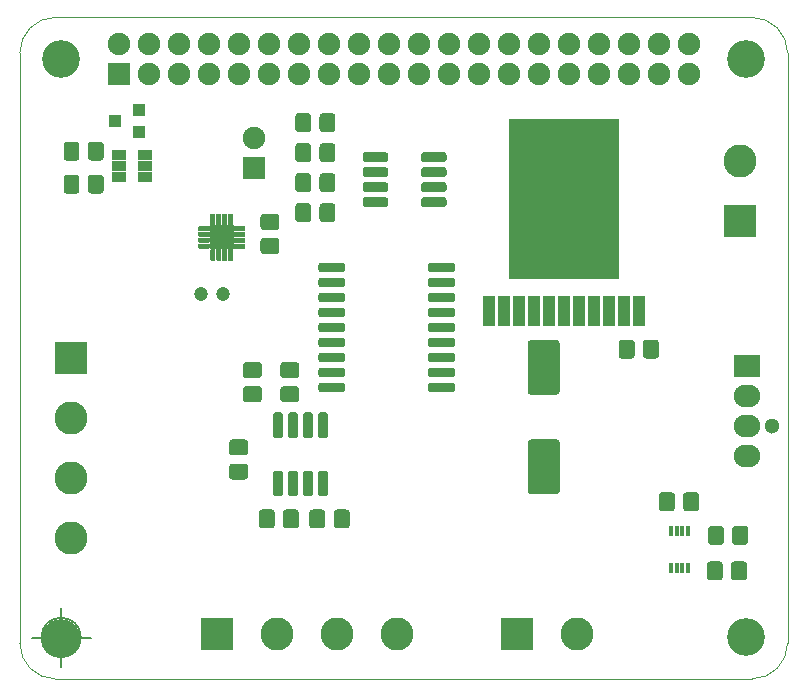
<source format=gbr>
G04 #@! TF.GenerationSoftware,KiCad,Pcbnew,(5.1.5-0-10_14)*
G04 #@! TF.CreationDate,2020-08-15T14:14:15-04:00*
G04 #@! TF.ProjectId,Mimosa-Power-Hat,4d696d6f-7361-42d5-906f-7765722d4861,rev?*
G04 #@! TF.SameCoordinates,PX4e3d4c0PY6c12040*
G04 #@! TF.FileFunction,Soldermask,Top*
G04 #@! TF.FilePolarity,Negative*
%FSLAX46Y46*%
G04 Gerber Fmt 4.6, Leading zero omitted, Abs format (unit mm)*
G04 Created by KiCad (PCBNEW (5.1.5-0-10_14)) date 2020-08-15 14:14:15*
%MOMM*%
%LPD*%
G04 APERTURE LIST*
%ADD10C,0.150000*%
%ADD11C,0.100000*%
%ADD12C,2.800000*%
%ADD13R,2.800000X2.800000*%
%ADD14C,1.200000*%
%ADD15R,0.450000X0.950000*%
%ADD16R,2.000000X2.000000*%
%ADD17C,1.300000*%
%ADD18O,2.230000X1.930000*%
%ADD19R,2.230000X1.930000*%
%ADD20R,9.326000X13.570000*%
%ADD21R,1.060000X2.610000*%
%ADD22O,1.900000X1.900000*%
%ADD23R,1.900000X1.900000*%
%ADD24R,1.100000X1.000000*%
%ADD25R,1.260000X0.850000*%
%ADD26C,3.200000*%
G04 APERTURE END LIST*
D10*
X1666666Y0D02*
G75*
G03X1666666Y0I-1666666J0D01*
G01*
X-2500000Y0D02*
X2500000Y0D01*
X0Y2500000D02*
X0Y-2500000D01*
D11*
X-3493644Y49502389D02*
X-3493644Y-497611D01*
X-3493644Y49502389D02*
G75*
G02X-493644Y52502389I3000000J0D01*
G01*
X58506356Y52502389D02*
X-493644Y52502389D01*
X58506356Y52502389D02*
G75*
G02X61506356Y49502389I0J-3000000D01*
G01*
X61506351Y-502847D02*
X61506356Y49502389D01*
X-493644Y-3497611D02*
G75*
G02X-3493644Y-497611I0J3000000D01*
G01*
X-493644Y-3497611D02*
X58506356Y-3497611D01*
X61506351Y-502847D02*
G75*
G02X58506356Y-3497611I-2999995J5236D01*
G01*
G36*
X41966465Y16768700D02*
G01*
X41992674Y16764812D01*
X42018377Y16758374D01*
X42043325Y16749447D01*
X42067277Y16738119D01*
X42090004Y16724497D01*
X42111286Y16708713D01*
X42130919Y16690919D01*
X42148713Y16671286D01*
X42164497Y16650004D01*
X42178119Y16627277D01*
X42189447Y16603325D01*
X42198374Y16578377D01*
X42204812Y16552674D01*
X42208700Y16526465D01*
X42210000Y16500000D01*
X42210000Y12440000D01*
X42208700Y12413535D01*
X42204812Y12387326D01*
X42198374Y12361623D01*
X42189447Y12336675D01*
X42178119Y12312723D01*
X42164497Y12289996D01*
X42148713Y12268714D01*
X42130919Y12249081D01*
X42111286Y12231287D01*
X42090004Y12215503D01*
X42067277Y12201881D01*
X42043325Y12190553D01*
X42018377Y12181626D01*
X41992674Y12175188D01*
X41966465Y12171300D01*
X41940000Y12170000D01*
X39780000Y12170000D01*
X39753535Y12171300D01*
X39727326Y12175188D01*
X39701623Y12181626D01*
X39676675Y12190553D01*
X39652723Y12201881D01*
X39629996Y12215503D01*
X39608714Y12231287D01*
X39589081Y12249081D01*
X39571287Y12268714D01*
X39555503Y12289996D01*
X39541881Y12312723D01*
X39530553Y12336675D01*
X39521626Y12361623D01*
X39515188Y12387326D01*
X39511300Y12413535D01*
X39510000Y12440000D01*
X39510000Y16500000D01*
X39511300Y16526465D01*
X39515188Y16552674D01*
X39521626Y16578377D01*
X39530553Y16603325D01*
X39541881Y16627277D01*
X39555503Y16650004D01*
X39571287Y16671286D01*
X39589081Y16690919D01*
X39608714Y16708713D01*
X39629996Y16724497D01*
X39652723Y16738119D01*
X39676675Y16749447D01*
X39701623Y16758374D01*
X39727326Y16764812D01*
X39753535Y16768700D01*
X39780000Y16770000D01*
X41940000Y16770000D01*
X41966465Y16768700D01*
G37*
G36*
X41966465Y25168700D02*
G01*
X41992674Y25164812D01*
X42018377Y25158374D01*
X42043325Y25149447D01*
X42067277Y25138119D01*
X42090004Y25124497D01*
X42111286Y25108713D01*
X42130919Y25090919D01*
X42148713Y25071286D01*
X42164497Y25050004D01*
X42178119Y25027277D01*
X42189447Y25003325D01*
X42198374Y24978377D01*
X42204812Y24952674D01*
X42208700Y24926465D01*
X42210000Y24900000D01*
X42210000Y20840000D01*
X42208700Y20813535D01*
X42204812Y20787326D01*
X42198374Y20761623D01*
X42189447Y20736675D01*
X42178119Y20712723D01*
X42164497Y20689996D01*
X42148713Y20668714D01*
X42130919Y20649081D01*
X42111286Y20631287D01*
X42090004Y20615503D01*
X42067277Y20601881D01*
X42043325Y20590553D01*
X42018377Y20581626D01*
X41992674Y20575188D01*
X41966465Y20571300D01*
X41940000Y20570000D01*
X39780000Y20570000D01*
X39753535Y20571300D01*
X39727326Y20575188D01*
X39701623Y20581626D01*
X39676675Y20590553D01*
X39652723Y20601881D01*
X39629996Y20615503D01*
X39608714Y20631287D01*
X39589081Y20649081D01*
X39571287Y20668714D01*
X39555503Y20689996D01*
X39541881Y20712723D01*
X39530553Y20736675D01*
X39521626Y20761623D01*
X39515188Y20787326D01*
X39511300Y20813535D01*
X39510000Y20840000D01*
X39510000Y24900000D01*
X39511300Y24926465D01*
X39515188Y24952674D01*
X39521626Y24978377D01*
X39530553Y25003325D01*
X39541881Y25027277D01*
X39555503Y25050004D01*
X39571287Y25071286D01*
X39589081Y25090919D01*
X39608714Y25108713D01*
X39629996Y25124497D01*
X39652723Y25138119D01*
X39676675Y25149447D01*
X39701623Y25158374D01*
X39727326Y25164812D01*
X39753535Y25168700D01*
X39780000Y25170000D01*
X41940000Y25170000D01*
X41966465Y25168700D01*
G37*
G36*
X27504603Y37265037D02*
G01*
X27524018Y37262157D01*
X27543057Y37257388D01*
X27561537Y37250776D01*
X27579279Y37242384D01*
X27596114Y37232294D01*
X27611879Y37220602D01*
X27626421Y37207421D01*
X27639602Y37192879D01*
X27651294Y37177114D01*
X27661384Y37160279D01*
X27669776Y37142537D01*
X27676388Y37124057D01*
X27681157Y37105018D01*
X27684037Y37085603D01*
X27685000Y37066000D01*
X27685000Y36666000D01*
X27684037Y36646397D01*
X27681157Y36626982D01*
X27676388Y36607943D01*
X27669776Y36589463D01*
X27661384Y36571721D01*
X27651294Y36554886D01*
X27639602Y36539121D01*
X27626421Y36524579D01*
X27611879Y36511398D01*
X27596114Y36499706D01*
X27579279Y36489616D01*
X27561537Y36481224D01*
X27543057Y36474612D01*
X27524018Y36469843D01*
X27504603Y36466963D01*
X27485000Y36466000D01*
X25735000Y36466000D01*
X25715397Y36466963D01*
X25695982Y36469843D01*
X25676943Y36474612D01*
X25658463Y36481224D01*
X25640721Y36489616D01*
X25623886Y36499706D01*
X25608121Y36511398D01*
X25593579Y36524579D01*
X25580398Y36539121D01*
X25568706Y36554886D01*
X25558616Y36571721D01*
X25550224Y36589463D01*
X25543612Y36607943D01*
X25538843Y36626982D01*
X25535963Y36646397D01*
X25535000Y36666000D01*
X25535000Y37066000D01*
X25535963Y37085603D01*
X25538843Y37105018D01*
X25543612Y37124057D01*
X25550224Y37142537D01*
X25558616Y37160279D01*
X25568706Y37177114D01*
X25580398Y37192879D01*
X25593579Y37207421D01*
X25608121Y37220602D01*
X25623886Y37232294D01*
X25640721Y37242384D01*
X25658463Y37250776D01*
X25676943Y37257388D01*
X25695982Y37262157D01*
X25715397Y37265037D01*
X25735000Y37266000D01*
X27485000Y37266000D01*
X27504603Y37265037D01*
G37*
G36*
X27504603Y38535037D02*
G01*
X27524018Y38532157D01*
X27543057Y38527388D01*
X27561537Y38520776D01*
X27579279Y38512384D01*
X27596114Y38502294D01*
X27611879Y38490602D01*
X27626421Y38477421D01*
X27639602Y38462879D01*
X27651294Y38447114D01*
X27661384Y38430279D01*
X27669776Y38412537D01*
X27676388Y38394057D01*
X27681157Y38375018D01*
X27684037Y38355603D01*
X27685000Y38336000D01*
X27685000Y37936000D01*
X27684037Y37916397D01*
X27681157Y37896982D01*
X27676388Y37877943D01*
X27669776Y37859463D01*
X27661384Y37841721D01*
X27651294Y37824886D01*
X27639602Y37809121D01*
X27626421Y37794579D01*
X27611879Y37781398D01*
X27596114Y37769706D01*
X27579279Y37759616D01*
X27561537Y37751224D01*
X27543057Y37744612D01*
X27524018Y37739843D01*
X27504603Y37736963D01*
X27485000Y37736000D01*
X25735000Y37736000D01*
X25715397Y37736963D01*
X25695982Y37739843D01*
X25676943Y37744612D01*
X25658463Y37751224D01*
X25640721Y37759616D01*
X25623886Y37769706D01*
X25608121Y37781398D01*
X25593579Y37794579D01*
X25580398Y37809121D01*
X25568706Y37824886D01*
X25558616Y37841721D01*
X25550224Y37859463D01*
X25543612Y37877943D01*
X25538843Y37896982D01*
X25535963Y37916397D01*
X25535000Y37936000D01*
X25535000Y38336000D01*
X25535963Y38355603D01*
X25538843Y38375018D01*
X25543612Y38394057D01*
X25550224Y38412537D01*
X25558616Y38430279D01*
X25568706Y38447114D01*
X25580398Y38462879D01*
X25593579Y38477421D01*
X25608121Y38490602D01*
X25623886Y38502294D01*
X25640721Y38512384D01*
X25658463Y38520776D01*
X25676943Y38527388D01*
X25695982Y38532157D01*
X25715397Y38535037D01*
X25735000Y38536000D01*
X27485000Y38536000D01*
X27504603Y38535037D01*
G37*
G36*
X27504603Y39805037D02*
G01*
X27524018Y39802157D01*
X27543057Y39797388D01*
X27561537Y39790776D01*
X27579279Y39782384D01*
X27596114Y39772294D01*
X27611879Y39760602D01*
X27626421Y39747421D01*
X27639602Y39732879D01*
X27651294Y39717114D01*
X27661384Y39700279D01*
X27669776Y39682537D01*
X27676388Y39664057D01*
X27681157Y39645018D01*
X27684037Y39625603D01*
X27685000Y39606000D01*
X27685000Y39206000D01*
X27684037Y39186397D01*
X27681157Y39166982D01*
X27676388Y39147943D01*
X27669776Y39129463D01*
X27661384Y39111721D01*
X27651294Y39094886D01*
X27639602Y39079121D01*
X27626421Y39064579D01*
X27611879Y39051398D01*
X27596114Y39039706D01*
X27579279Y39029616D01*
X27561537Y39021224D01*
X27543057Y39014612D01*
X27524018Y39009843D01*
X27504603Y39006963D01*
X27485000Y39006000D01*
X25735000Y39006000D01*
X25715397Y39006963D01*
X25695982Y39009843D01*
X25676943Y39014612D01*
X25658463Y39021224D01*
X25640721Y39029616D01*
X25623886Y39039706D01*
X25608121Y39051398D01*
X25593579Y39064579D01*
X25580398Y39079121D01*
X25568706Y39094886D01*
X25558616Y39111721D01*
X25550224Y39129463D01*
X25543612Y39147943D01*
X25538843Y39166982D01*
X25535963Y39186397D01*
X25535000Y39206000D01*
X25535000Y39606000D01*
X25535963Y39625603D01*
X25538843Y39645018D01*
X25543612Y39664057D01*
X25550224Y39682537D01*
X25558616Y39700279D01*
X25568706Y39717114D01*
X25580398Y39732879D01*
X25593579Y39747421D01*
X25608121Y39760602D01*
X25623886Y39772294D01*
X25640721Y39782384D01*
X25658463Y39790776D01*
X25676943Y39797388D01*
X25695982Y39802157D01*
X25715397Y39805037D01*
X25735000Y39806000D01*
X27485000Y39806000D01*
X27504603Y39805037D01*
G37*
G36*
X27504603Y41075037D02*
G01*
X27524018Y41072157D01*
X27543057Y41067388D01*
X27561537Y41060776D01*
X27579279Y41052384D01*
X27596114Y41042294D01*
X27611879Y41030602D01*
X27626421Y41017421D01*
X27639602Y41002879D01*
X27651294Y40987114D01*
X27661384Y40970279D01*
X27669776Y40952537D01*
X27676388Y40934057D01*
X27681157Y40915018D01*
X27684037Y40895603D01*
X27685000Y40876000D01*
X27685000Y40476000D01*
X27684037Y40456397D01*
X27681157Y40436982D01*
X27676388Y40417943D01*
X27669776Y40399463D01*
X27661384Y40381721D01*
X27651294Y40364886D01*
X27639602Y40349121D01*
X27626421Y40334579D01*
X27611879Y40321398D01*
X27596114Y40309706D01*
X27579279Y40299616D01*
X27561537Y40291224D01*
X27543057Y40284612D01*
X27524018Y40279843D01*
X27504603Y40276963D01*
X27485000Y40276000D01*
X25735000Y40276000D01*
X25715397Y40276963D01*
X25695982Y40279843D01*
X25676943Y40284612D01*
X25658463Y40291224D01*
X25640721Y40299616D01*
X25623886Y40309706D01*
X25608121Y40321398D01*
X25593579Y40334579D01*
X25580398Y40349121D01*
X25568706Y40364886D01*
X25558616Y40381721D01*
X25550224Y40399463D01*
X25543612Y40417943D01*
X25538843Y40436982D01*
X25535963Y40456397D01*
X25535000Y40476000D01*
X25535000Y40876000D01*
X25535963Y40895603D01*
X25538843Y40915018D01*
X25543612Y40934057D01*
X25550224Y40952537D01*
X25558616Y40970279D01*
X25568706Y40987114D01*
X25580398Y41002879D01*
X25593579Y41017421D01*
X25608121Y41030602D01*
X25623886Y41042294D01*
X25640721Y41052384D01*
X25658463Y41060776D01*
X25676943Y41067388D01*
X25695982Y41072157D01*
X25715397Y41075037D01*
X25735000Y41076000D01*
X27485000Y41076000D01*
X27504603Y41075037D01*
G37*
G36*
X32454603Y41075037D02*
G01*
X32474018Y41072157D01*
X32493057Y41067388D01*
X32511537Y41060776D01*
X32529279Y41052384D01*
X32546114Y41042294D01*
X32561879Y41030602D01*
X32576421Y41017421D01*
X32589602Y41002879D01*
X32601294Y40987114D01*
X32611384Y40970279D01*
X32619776Y40952537D01*
X32626388Y40934057D01*
X32631157Y40915018D01*
X32634037Y40895603D01*
X32635000Y40876000D01*
X32635000Y40476000D01*
X32634037Y40456397D01*
X32631157Y40436982D01*
X32626388Y40417943D01*
X32619776Y40399463D01*
X32611384Y40381721D01*
X32601294Y40364886D01*
X32589602Y40349121D01*
X32576421Y40334579D01*
X32561879Y40321398D01*
X32546114Y40309706D01*
X32529279Y40299616D01*
X32511537Y40291224D01*
X32493057Y40284612D01*
X32474018Y40279843D01*
X32454603Y40276963D01*
X32435000Y40276000D01*
X30685000Y40276000D01*
X30665397Y40276963D01*
X30645982Y40279843D01*
X30626943Y40284612D01*
X30608463Y40291224D01*
X30590721Y40299616D01*
X30573886Y40309706D01*
X30558121Y40321398D01*
X30543579Y40334579D01*
X30530398Y40349121D01*
X30518706Y40364886D01*
X30508616Y40381721D01*
X30500224Y40399463D01*
X30493612Y40417943D01*
X30488843Y40436982D01*
X30485963Y40456397D01*
X30485000Y40476000D01*
X30485000Y40876000D01*
X30485963Y40895603D01*
X30488843Y40915018D01*
X30493612Y40934057D01*
X30500224Y40952537D01*
X30508616Y40970279D01*
X30518706Y40987114D01*
X30530398Y41002879D01*
X30543579Y41017421D01*
X30558121Y41030602D01*
X30573886Y41042294D01*
X30590721Y41052384D01*
X30608463Y41060776D01*
X30626943Y41067388D01*
X30645982Y41072157D01*
X30665397Y41075037D01*
X30685000Y41076000D01*
X32435000Y41076000D01*
X32454603Y41075037D01*
G37*
G36*
X32454603Y39805037D02*
G01*
X32474018Y39802157D01*
X32493057Y39797388D01*
X32511537Y39790776D01*
X32529279Y39782384D01*
X32546114Y39772294D01*
X32561879Y39760602D01*
X32576421Y39747421D01*
X32589602Y39732879D01*
X32601294Y39717114D01*
X32611384Y39700279D01*
X32619776Y39682537D01*
X32626388Y39664057D01*
X32631157Y39645018D01*
X32634037Y39625603D01*
X32635000Y39606000D01*
X32635000Y39206000D01*
X32634037Y39186397D01*
X32631157Y39166982D01*
X32626388Y39147943D01*
X32619776Y39129463D01*
X32611384Y39111721D01*
X32601294Y39094886D01*
X32589602Y39079121D01*
X32576421Y39064579D01*
X32561879Y39051398D01*
X32546114Y39039706D01*
X32529279Y39029616D01*
X32511537Y39021224D01*
X32493057Y39014612D01*
X32474018Y39009843D01*
X32454603Y39006963D01*
X32435000Y39006000D01*
X30685000Y39006000D01*
X30665397Y39006963D01*
X30645982Y39009843D01*
X30626943Y39014612D01*
X30608463Y39021224D01*
X30590721Y39029616D01*
X30573886Y39039706D01*
X30558121Y39051398D01*
X30543579Y39064579D01*
X30530398Y39079121D01*
X30518706Y39094886D01*
X30508616Y39111721D01*
X30500224Y39129463D01*
X30493612Y39147943D01*
X30488843Y39166982D01*
X30485963Y39186397D01*
X30485000Y39206000D01*
X30485000Y39606000D01*
X30485963Y39625603D01*
X30488843Y39645018D01*
X30493612Y39664057D01*
X30500224Y39682537D01*
X30508616Y39700279D01*
X30518706Y39717114D01*
X30530398Y39732879D01*
X30543579Y39747421D01*
X30558121Y39760602D01*
X30573886Y39772294D01*
X30590721Y39782384D01*
X30608463Y39790776D01*
X30626943Y39797388D01*
X30645982Y39802157D01*
X30665397Y39805037D01*
X30685000Y39806000D01*
X32435000Y39806000D01*
X32454603Y39805037D01*
G37*
G36*
X32454603Y38535037D02*
G01*
X32474018Y38532157D01*
X32493057Y38527388D01*
X32511537Y38520776D01*
X32529279Y38512384D01*
X32546114Y38502294D01*
X32561879Y38490602D01*
X32576421Y38477421D01*
X32589602Y38462879D01*
X32601294Y38447114D01*
X32611384Y38430279D01*
X32619776Y38412537D01*
X32626388Y38394057D01*
X32631157Y38375018D01*
X32634037Y38355603D01*
X32635000Y38336000D01*
X32635000Y37936000D01*
X32634037Y37916397D01*
X32631157Y37896982D01*
X32626388Y37877943D01*
X32619776Y37859463D01*
X32611384Y37841721D01*
X32601294Y37824886D01*
X32589602Y37809121D01*
X32576421Y37794579D01*
X32561879Y37781398D01*
X32546114Y37769706D01*
X32529279Y37759616D01*
X32511537Y37751224D01*
X32493057Y37744612D01*
X32474018Y37739843D01*
X32454603Y37736963D01*
X32435000Y37736000D01*
X30685000Y37736000D01*
X30665397Y37736963D01*
X30645982Y37739843D01*
X30626943Y37744612D01*
X30608463Y37751224D01*
X30590721Y37759616D01*
X30573886Y37769706D01*
X30558121Y37781398D01*
X30543579Y37794579D01*
X30530398Y37809121D01*
X30518706Y37824886D01*
X30508616Y37841721D01*
X30500224Y37859463D01*
X30493612Y37877943D01*
X30488843Y37896982D01*
X30485963Y37916397D01*
X30485000Y37936000D01*
X30485000Y38336000D01*
X30485963Y38355603D01*
X30488843Y38375018D01*
X30493612Y38394057D01*
X30500224Y38412537D01*
X30508616Y38430279D01*
X30518706Y38447114D01*
X30530398Y38462879D01*
X30543579Y38477421D01*
X30558121Y38490602D01*
X30573886Y38502294D01*
X30590721Y38512384D01*
X30608463Y38520776D01*
X30626943Y38527388D01*
X30645982Y38532157D01*
X30665397Y38535037D01*
X30685000Y38536000D01*
X32435000Y38536000D01*
X32454603Y38535037D01*
G37*
G36*
X32454603Y37265037D02*
G01*
X32474018Y37262157D01*
X32493057Y37257388D01*
X32511537Y37250776D01*
X32529279Y37242384D01*
X32546114Y37232294D01*
X32561879Y37220602D01*
X32576421Y37207421D01*
X32589602Y37192879D01*
X32601294Y37177114D01*
X32611384Y37160279D01*
X32619776Y37142537D01*
X32626388Y37124057D01*
X32631157Y37105018D01*
X32634037Y37085603D01*
X32635000Y37066000D01*
X32635000Y36666000D01*
X32634037Y36646397D01*
X32631157Y36626982D01*
X32626388Y36607943D01*
X32619776Y36589463D01*
X32611384Y36571721D01*
X32601294Y36554886D01*
X32589602Y36539121D01*
X32576421Y36524579D01*
X32561879Y36511398D01*
X32546114Y36499706D01*
X32529279Y36489616D01*
X32511537Y36481224D01*
X32493057Y36474612D01*
X32474018Y36469843D01*
X32454603Y36466963D01*
X32435000Y36466000D01*
X30685000Y36466000D01*
X30665397Y36466963D01*
X30645982Y36469843D01*
X30626943Y36474612D01*
X30608463Y36481224D01*
X30590721Y36489616D01*
X30573886Y36499706D01*
X30558121Y36511398D01*
X30543579Y36524579D01*
X30530398Y36539121D01*
X30518706Y36554886D01*
X30508616Y36571721D01*
X30500224Y36589463D01*
X30493612Y36607943D01*
X30488843Y36626982D01*
X30485963Y36646397D01*
X30485000Y36666000D01*
X30485000Y37066000D01*
X30485963Y37085603D01*
X30488843Y37105018D01*
X30493612Y37124057D01*
X30500224Y37142537D01*
X30508616Y37160279D01*
X30518706Y37177114D01*
X30530398Y37192879D01*
X30543579Y37207421D01*
X30558121Y37220602D01*
X30573886Y37232294D01*
X30590721Y37242384D01*
X30608463Y37250776D01*
X30626943Y37257388D01*
X30645982Y37262157D01*
X30665397Y37265037D01*
X30685000Y37266000D01*
X32435000Y37266000D01*
X32454603Y37265037D01*
G37*
D12*
X865600Y8468800D03*
X865600Y13548800D03*
X865600Y18628800D03*
D13*
X865600Y23708800D03*
D12*
X57492360Y40376280D03*
D13*
X57492360Y35296280D03*
D12*
X43690000Y290000D03*
D13*
X38610000Y290000D03*
D12*
X28450000Y290000D03*
X23370000Y290000D03*
X18290000Y290000D03*
D13*
X13210000Y290000D03*
D14*
X11843400Y29068200D03*
X13743400Y29068200D03*
D15*
X51609020Y8979940D03*
X52109020Y8979940D03*
X52609020Y8979940D03*
X53109020Y8979940D03*
X53109020Y5879940D03*
X52609020Y5879940D03*
X52109020Y5879940D03*
X51609020Y5879940D03*
D11*
G36*
X55864189Y9457887D02*
G01*
X55892678Y9453661D01*
X55920615Y9446663D01*
X55947732Y9436960D01*
X55973767Y9424647D01*
X55998470Y9409840D01*
X56021603Y9392684D01*
X56042943Y9373343D01*
X56062284Y9352003D01*
X56079440Y9328870D01*
X56094247Y9304167D01*
X56106560Y9278132D01*
X56116263Y9251015D01*
X56123261Y9223078D01*
X56127487Y9194589D01*
X56128900Y9165823D01*
X56128900Y8152777D01*
X56127487Y8124011D01*
X56123261Y8095522D01*
X56116263Y8067585D01*
X56106560Y8040468D01*
X56094247Y8014433D01*
X56079440Y7989730D01*
X56062284Y7966597D01*
X56042943Y7945257D01*
X56021603Y7925916D01*
X55998470Y7908760D01*
X55973767Y7893953D01*
X55947732Y7881640D01*
X55920615Y7871937D01*
X55892678Y7864939D01*
X55864189Y7860713D01*
X55835423Y7859300D01*
X55072377Y7859300D01*
X55043611Y7860713D01*
X55015122Y7864939D01*
X54987185Y7871937D01*
X54960068Y7881640D01*
X54934033Y7893953D01*
X54909330Y7908760D01*
X54886197Y7925916D01*
X54864857Y7945257D01*
X54845516Y7966597D01*
X54828360Y7989730D01*
X54813553Y8014433D01*
X54801240Y8040468D01*
X54791537Y8067585D01*
X54784539Y8095522D01*
X54780313Y8124011D01*
X54778900Y8152777D01*
X54778900Y9165823D01*
X54780313Y9194589D01*
X54784539Y9223078D01*
X54791537Y9251015D01*
X54801240Y9278132D01*
X54813553Y9304167D01*
X54828360Y9328870D01*
X54845516Y9352003D01*
X54864857Y9373343D01*
X54886197Y9392684D01*
X54909330Y9409840D01*
X54934033Y9424647D01*
X54960068Y9436960D01*
X54987185Y9446663D01*
X55015122Y9453661D01*
X55043611Y9457887D01*
X55072377Y9459300D01*
X55835423Y9459300D01*
X55864189Y9457887D01*
G37*
G36*
X57914189Y9457887D02*
G01*
X57942678Y9453661D01*
X57970615Y9446663D01*
X57997732Y9436960D01*
X58023767Y9424647D01*
X58048470Y9409840D01*
X58071603Y9392684D01*
X58092943Y9373343D01*
X58112284Y9352003D01*
X58129440Y9328870D01*
X58144247Y9304167D01*
X58156560Y9278132D01*
X58166263Y9251015D01*
X58173261Y9223078D01*
X58177487Y9194589D01*
X58178900Y9165823D01*
X58178900Y8152777D01*
X58177487Y8124011D01*
X58173261Y8095522D01*
X58166263Y8067585D01*
X58156560Y8040468D01*
X58144247Y8014433D01*
X58129440Y7989730D01*
X58112284Y7966597D01*
X58092943Y7945257D01*
X58071603Y7925916D01*
X58048470Y7908760D01*
X58023767Y7893953D01*
X57997732Y7881640D01*
X57970615Y7871937D01*
X57942678Y7864939D01*
X57914189Y7860713D01*
X57885423Y7859300D01*
X57122377Y7859300D01*
X57093611Y7860713D01*
X57065122Y7864939D01*
X57037185Y7871937D01*
X57010068Y7881640D01*
X56984033Y7893953D01*
X56959330Y7908760D01*
X56936197Y7925916D01*
X56914857Y7945257D01*
X56895516Y7966597D01*
X56878360Y7989730D01*
X56863553Y8014433D01*
X56851240Y8040468D01*
X56841537Y8067585D01*
X56834539Y8095522D01*
X56830313Y8124011D01*
X56828900Y8152777D01*
X56828900Y9165823D01*
X56830313Y9194589D01*
X56834539Y9223078D01*
X56841537Y9251015D01*
X56851240Y9278132D01*
X56863553Y9304167D01*
X56878360Y9328870D01*
X56895516Y9352003D01*
X56914857Y9373343D01*
X56936197Y9392684D01*
X56959330Y9409840D01*
X56984033Y9424647D01*
X57010068Y9436960D01*
X57037185Y9446663D01*
X57065122Y9453661D01*
X57093611Y9457887D01*
X57122377Y9459300D01*
X57885423Y9459300D01*
X57914189Y9457887D01*
G37*
G36*
X51701129Y12292527D02*
G01*
X51729618Y12288301D01*
X51757555Y12281303D01*
X51784672Y12271600D01*
X51810707Y12259287D01*
X51835410Y12244480D01*
X51858543Y12227324D01*
X51879883Y12207983D01*
X51899224Y12186643D01*
X51916380Y12163510D01*
X51931187Y12138807D01*
X51943500Y12112772D01*
X51953203Y12085655D01*
X51960201Y12057718D01*
X51964427Y12029229D01*
X51965840Y12000463D01*
X51965840Y10987417D01*
X51964427Y10958651D01*
X51960201Y10930162D01*
X51953203Y10902225D01*
X51943500Y10875108D01*
X51931187Y10849073D01*
X51916380Y10824370D01*
X51899224Y10801237D01*
X51879883Y10779897D01*
X51858543Y10760556D01*
X51835410Y10743400D01*
X51810707Y10728593D01*
X51784672Y10716280D01*
X51757555Y10706577D01*
X51729618Y10699579D01*
X51701129Y10695353D01*
X51672363Y10693940D01*
X50909317Y10693940D01*
X50880551Y10695353D01*
X50852062Y10699579D01*
X50824125Y10706577D01*
X50797008Y10716280D01*
X50770973Y10728593D01*
X50746270Y10743400D01*
X50723137Y10760556D01*
X50701797Y10779897D01*
X50682456Y10801237D01*
X50665300Y10824370D01*
X50650493Y10849073D01*
X50638180Y10875108D01*
X50628477Y10902225D01*
X50621479Y10930162D01*
X50617253Y10958651D01*
X50615840Y10987417D01*
X50615840Y12000463D01*
X50617253Y12029229D01*
X50621479Y12057718D01*
X50628477Y12085655D01*
X50638180Y12112772D01*
X50650493Y12138807D01*
X50665300Y12163510D01*
X50682456Y12186643D01*
X50701797Y12207983D01*
X50723137Y12227324D01*
X50746270Y12244480D01*
X50770973Y12259287D01*
X50797008Y12271600D01*
X50824125Y12281303D01*
X50852062Y12288301D01*
X50880551Y12292527D01*
X50909317Y12293940D01*
X51672363Y12293940D01*
X51701129Y12292527D01*
G37*
G36*
X53751129Y12292527D02*
G01*
X53779618Y12288301D01*
X53807555Y12281303D01*
X53834672Y12271600D01*
X53860707Y12259287D01*
X53885410Y12244480D01*
X53908543Y12227324D01*
X53929883Y12207983D01*
X53949224Y12186643D01*
X53966380Y12163510D01*
X53981187Y12138807D01*
X53993500Y12112772D01*
X54003203Y12085655D01*
X54010201Y12057718D01*
X54014427Y12029229D01*
X54015840Y12000463D01*
X54015840Y10987417D01*
X54014427Y10958651D01*
X54010201Y10930162D01*
X54003203Y10902225D01*
X53993500Y10875108D01*
X53981187Y10849073D01*
X53966380Y10824370D01*
X53949224Y10801237D01*
X53929883Y10779897D01*
X53908543Y10760556D01*
X53885410Y10743400D01*
X53860707Y10728593D01*
X53834672Y10716280D01*
X53807555Y10706577D01*
X53779618Y10699579D01*
X53751129Y10695353D01*
X53722363Y10693940D01*
X52959317Y10693940D01*
X52930551Y10695353D01*
X52902062Y10699579D01*
X52874125Y10706577D01*
X52847008Y10716280D01*
X52820973Y10728593D01*
X52796270Y10743400D01*
X52773137Y10760556D01*
X52751797Y10779897D01*
X52732456Y10801237D01*
X52715300Y10824370D01*
X52700493Y10849073D01*
X52688180Y10875108D01*
X52678477Y10902225D01*
X52671479Y10930162D01*
X52667253Y10958651D01*
X52665840Y10987417D01*
X52665840Y12000463D01*
X52667253Y12029229D01*
X52671479Y12057718D01*
X52678477Y12085655D01*
X52688180Y12112772D01*
X52700493Y12138807D01*
X52715300Y12163510D01*
X52732456Y12186643D01*
X52751797Y12207983D01*
X52773137Y12227324D01*
X52796270Y12244480D01*
X52820973Y12259287D01*
X52847008Y12271600D01*
X52874125Y12281303D01*
X52902062Y12288301D01*
X52930551Y12292527D01*
X52959317Y12293940D01*
X53722363Y12293940D01*
X53751129Y12292527D01*
G37*
G36*
X55757509Y6437827D02*
G01*
X55785998Y6433601D01*
X55813935Y6426603D01*
X55841052Y6416900D01*
X55867087Y6404587D01*
X55891790Y6389780D01*
X55914923Y6372624D01*
X55936263Y6353283D01*
X55955604Y6331943D01*
X55972760Y6308810D01*
X55987567Y6284107D01*
X55999880Y6258072D01*
X56009583Y6230955D01*
X56016581Y6203018D01*
X56020807Y6174529D01*
X56022220Y6145763D01*
X56022220Y5132717D01*
X56020807Y5103951D01*
X56016581Y5075462D01*
X56009583Y5047525D01*
X55999880Y5020408D01*
X55987567Y4994373D01*
X55972760Y4969670D01*
X55955604Y4946537D01*
X55936263Y4925197D01*
X55914923Y4905856D01*
X55891790Y4888700D01*
X55867087Y4873893D01*
X55841052Y4861580D01*
X55813935Y4851877D01*
X55785998Y4844879D01*
X55757509Y4840653D01*
X55728743Y4839240D01*
X54965697Y4839240D01*
X54936931Y4840653D01*
X54908442Y4844879D01*
X54880505Y4851877D01*
X54853388Y4861580D01*
X54827353Y4873893D01*
X54802650Y4888700D01*
X54779517Y4905856D01*
X54758177Y4925197D01*
X54738836Y4946537D01*
X54721680Y4969670D01*
X54706873Y4994373D01*
X54694560Y5020408D01*
X54684857Y5047525D01*
X54677859Y5075462D01*
X54673633Y5103951D01*
X54672220Y5132717D01*
X54672220Y6145763D01*
X54673633Y6174529D01*
X54677859Y6203018D01*
X54684857Y6230955D01*
X54694560Y6258072D01*
X54706873Y6284107D01*
X54721680Y6308810D01*
X54738836Y6331943D01*
X54758177Y6353283D01*
X54779517Y6372624D01*
X54802650Y6389780D01*
X54827353Y6404587D01*
X54853388Y6416900D01*
X54880505Y6426603D01*
X54908442Y6433601D01*
X54936931Y6437827D01*
X54965697Y6439240D01*
X55728743Y6439240D01*
X55757509Y6437827D01*
G37*
G36*
X57807509Y6437827D02*
G01*
X57835998Y6433601D01*
X57863935Y6426603D01*
X57891052Y6416900D01*
X57917087Y6404587D01*
X57941790Y6389780D01*
X57964923Y6372624D01*
X57986263Y6353283D01*
X58005604Y6331943D01*
X58022760Y6308810D01*
X58037567Y6284107D01*
X58049880Y6258072D01*
X58059583Y6230955D01*
X58066581Y6203018D01*
X58070807Y6174529D01*
X58072220Y6145763D01*
X58072220Y5132717D01*
X58070807Y5103951D01*
X58066581Y5075462D01*
X58059583Y5047525D01*
X58049880Y5020408D01*
X58037567Y4994373D01*
X58022760Y4969670D01*
X58005604Y4946537D01*
X57986263Y4925197D01*
X57964923Y4905856D01*
X57941790Y4888700D01*
X57917087Y4873893D01*
X57891052Y4861580D01*
X57863935Y4851877D01*
X57835998Y4844879D01*
X57807509Y4840653D01*
X57778743Y4839240D01*
X57015697Y4839240D01*
X56986931Y4840653D01*
X56958442Y4844879D01*
X56930505Y4851877D01*
X56903388Y4861580D01*
X56877353Y4873893D01*
X56852650Y4888700D01*
X56829517Y4905856D01*
X56808177Y4925197D01*
X56788836Y4946537D01*
X56771680Y4969670D01*
X56756873Y4994373D01*
X56744560Y5020408D01*
X56734857Y5047525D01*
X56727859Y5075462D01*
X56723633Y5103951D01*
X56722220Y5132717D01*
X56722220Y6145763D01*
X56723633Y6174529D01*
X56727859Y6203018D01*
X56734857Y6230955D01*
X56744560Y6258072D01*
X56756873Y6284107D01*
X56771680Y6308810D01*
X56788836Y6331943D01*
X56808177Y6353283D01*
X56829517Y6372624D01*
X56852650Y6389780D01*
X56877353Y6404587D01*
X56903388Y6416900D01*
X56930505Y6426603D01*
X56958442Y6433601D01*
X56986931Y6437827D01*
X57015697Y6439240D01*
X57778743Y6439240D01*
X57807509Y6437827D01*
G37*
G36*
X20913789Y36775587D02*
G01*
X20942278Y36771361D01*
X20970215Y36764363D01*
X20997332Y36754660D01*
X21023367Y36742347D01*
X21048070Y36727540D01*
X21071203Y36710384D01*
X21092543Y36691043D01*
X21111884Y36669703D01*
X21129040Y36646570D01*
X21143847Y36621867D01*
X21156160Y36595832D01*
X21165863Y36568715D01*
X21172861Y36540778D01*
X21177087Y36512289D01*
X21178500Y36483523D01*
X21178500Y35470477D01*
X21177087Y35441711D01*
X21172861Y35413222D01*
X21165863Y35385285D01*
X21156160Y35358168D01*
X21143847Y35332133D01*
X21129040Y35307430D01*
X21111884Y35284297D01*
X21092543Y35262957D01*
X21071203Y35243616D01*
X21048070Y35226460D01*
X21023367Y35211653D01*
X20997332Y35199340D01*
X20970215Y35189637D01*
X20942278Y35182639D01*
X20913789Y35178413D01*
X20885023Y35177000D01*
X20121977Y35177000D01*
X20093211Y35178413D01*
X20064722Y35182639D01*
X20036785Y35189637D01*
X20009668Y35199340D01*
X19983633Y35211653D01*
X19958930Y35226460D01*
X19935797Y35243616D01*
X19914457Y35262957D01*
X19895116Y35284297D01*
X19877960Y35307430D01*
X19863153Y35332133D01*
X19850840Y35358168D01*
X19841137Y35385285D01*
X19834139Y35413222D01*
X19829913Y35441711D01*
X19828500Y35470477D01*
X19828500Y36483523D01*
X19829913Y36512289D01*
X19834139Y36540778D01*
X19841137Y36568715D01*
X19850840Y36595832D01*
X19863153Y36621867D01*
X19877960Y36646570D01*
X19895116Y36669703D01*
X19914457Y36691043D01*
X19935797Y36710384D01*
X19958930Y36727540D01*
X19983633Y36742347D01*
X20009668Y36754660D01*
X20036785Y36764363D01*
X20064722Y36771361D01*
X20093211Y36775587D01*
X20121977Y36777000D01*
X20885023Y36777000D01*
X20913789Y36775587D01*
G37*
G36*
X22963789Y36775587D02*
G01*
X22992278Y36771361D01*
X23020215Y36764363D01*
X23047332Y36754660D01*
X23073367Y36742347D01*
X23098070Y36727540D01*
X23121203Y36710384D01*
X23142543Y36691043D01*
X23161884Y36669703D01*
X23179040Y36646570D01*
X23193847Y36621867D01*
X23206160Y36595832D01*
X23215863Y36568715D01*
X23222861Y36540778D01*
X23227087Y36512289D01*
X23228500Y36483523D01*
X23228500Y35470477D01*
X23227087Y35441711D01*
X23222861Y35413222D01*
X23215863Y35385285D01*
X23206160Y35358168D01*
X23193847Y35332133D01*
X23179040Y35307430D01*
X23161884Y35284297D01*
X23142543Y35262957D01*
X23121203Y35243616D01*
X23098070Y35226460D01*
X23073367Y35211653D01*
X23047332Y35199340D01*
X23020215Y35189637D01*
X22992278Y35182639D01*
X22963789Y35178413D01*
X22935023Y35177000D01*
X22171977Y35177000D01*
X22143211Y35178413D01*
X22114722Y35182639D01*
X22086785Y35189637D01*
X22059668Y35199340D01*
X22033633Y35211653D01*
X22008930Y35226460D01*
X21985797Y35243616D01*
X21964457Y35262957D01*
X21945116Y35284297D01*
X21927960Y35307430D01*
X21913153Y35332133D01*
X21900840Y35358168D01*
X21891137Y35385285D01*
X21884139Y35413222D01*
X21879913Y35441711D01*
X21878500Y35470477D01*
X21878500Y36483523D01*
X21879913Y36512289D01*
X21884139Y36540778D01*
X21891137Y36568715D01*
X21900840Y36595832D01*
X21913153Y36621867D01*
X21927960Y36646570D01*
X21945116Y36669703D01*
X21964457Y36691043D01*
X21985797Y36710384D01*
X22008930Y36727540D01*
X22033633Y36742347D01*
X22059668Y36754660D01*
X22086785Y36764363D01*
X22114722Y36771361D01*
X22143211Y36775587D01*
X22171977Y36777000D01*
X22935023Y36777000D01*
X22963789Y36775587D01*
G37*
G36*
X18588343Y19058717D02*
G01*
X18607758Y19055837D01*
X18626797Y19051068D01*
X18645277Y19044456D01*
X18663019Y19036064D01*
X18679854Y19025974D01*
X18695619Y19014282D01*
X18710161Y19001101D01*
X18723342Y18986559D01*
X18735034Y18970794D01*
X18745124Y18953959D01*
X18753516Y18936217D01*
X18760128Y18917737D01*
X18764897Y18898698D01*
X18767777Y18879283D01*
X18768740Y18859680D01*
X18768740Y17109680D01*
X18767777Y17090077D01*
X18764897Y17070662D01*
X18760128Y17051623D01*
X18753516Y17033143D01*
X18745124Y17015401D01*
X18735034Y16998566D01*
X18723342Y16982801D01*
X18710161Y16968259D01*
X18695619Y16955078D01*
X18679854Y16943386D01*
X18663019Y16933296D01*
X18645277Y16924904D01*
X18626797Y16918292D01*
X18607758Y16913523D01*
X18588343Y16910643D01*
X18568740Y16909680D01*
X18168740Y16909680D01*
X18149137Y16910643D01*
X18129722Y16913523D01*
X18110683Y16918292D01*
X18092203Y16924904D01*
X18074461Y16933296D01*
X18057626Y16943386D01*
X18041861Y16955078D01*
X18027319Y16968259D01*
X18014138Y16982801D01*
X18002446Y16998566D01*
X17992356Y17015401D01*
X17983964Y17033143D01*
X17977352Y17051623D01*
X17972583Y17070662D01*
X17969703Y17090077D01*
X17968740Y17109680D01*
X17968740Y18859680D01*
X17969703Y18879283D01*
X17972583Y18898698D01*
X17977352Y18917737D01*
X17983964Y18936217D01*
X17992356Y18953959D01*
X18002446Y18970794D01*
X18014138Y18986559D01*
X18027319Y19001101D01*
X18041861Y19014282D01*
X18057626Y19025974D01*
X18074461Y19036064D01*
X18092203Y19044456D01*
X18110683Y19051068D01*
X18129722Y19055837D01*
X18149137Y19058717D01*
X18168740Y19059680D01*
X18568740Y19059680D01*
X18588343Y19058717D01*
G37*
G36*
X19858343Y19058717D02*
G01*
X19877758Y19055837D01*
X19896797Y19051068D01*
X19915277Y19044456D01*
X19933019Y19036064D01*
X19949854Y19025974D01*
X19965619Y19014282D01*
X19980161Y19001101D01*
X19993342Y18986559D01*
X20005034Y18970794D01*
X20015124Y18953959D01*
X20023516Y18936217D01*
X20030128Y18917737D01*
X20034897Y18898698D01*
X20037777Y18879283D01*
X20038740Y18859680D01*
X20038740Y17109680D01*
X20037777Y17090077D01*
X20034897Y17070662D01*
X20030128Y17051623D01*
X20023516Y17033143D01*
X20015124Y17015401D01*
X20005034Y16998566D01*
X19993342Y16982801D01*
X19980161Y16968259D01*
X19965619Y16955078D01*
X19949854Y16943386D01*
X19933019Y16933296D01*
X19915277Y16924904D01*
X19896797Y16918292D01*
X19877758Y16913523D01*
X19858343Y16910643D01*
X19838740Y16909680D01*
X19438740Y16909680D01*
X19419137Y16910643D01*
X19399722Y16913523D01*
X19380683Y16918292D01*
X19362203Y16924904D01*
X19344461Y16933296D01*
X19327626Y16943386D01*
X19311861Y16955078D01*
X19297319Y16968259D01*
X19284138Y16982801D01*
X19272446Y16998566D01*
X19262356Y17015401D01*
X19253964Y17033143D01*
X19247352Y17051623D01*
X19242583Y17070662D01*
X19239703Y17090077D01*
X19238740Y17109680D01*
X19238740Y18859680D01*
X19239703Y18879283D01*
X19242583Y18898698D01*
X19247352Y18917737D01*
X19253964Y18936217D01*
X19262356Y18953959D01*
X19272446Y18970794D01*
X19284138Y18986559D01*
X19297319Y19001101D01*
X19311861Y19014282D01*
X19327626Y19025974D01*
X19344461Y19036064D01*
X19362203Y19044456D01*
X19380683Y19051068D01*
X19399722Y19055837D01*
X19419137Y19058717D01*
X19438740Y19059680D01*
X19838740Y19059680D01*
X19858343Y19058717D01*
G37*
G36*
X21128343Y19058717D02*
G01*
X21147758Y19055837D01*
X21166797Y19051068D01*
X21185277Y19044456D01*
X21203019Y19036064D01*
X21219854Y19025974D01*
X21235619Y19014282D01*
X21250161Y19001101D01*
X21263342Y18986559D01*
X21275034Y18970794D01*
X21285124Y18953959D01*
X21293516Y18936217D01*
X21300128Y18917737D01*
X21304897Y18898698D01*
X21307777Y18879283D01*
X21308740Y18859680D01*
X21308740Y17109680D01*
X21307777Y17090077D01*
X21304897Y17070662D01*
X21300128Y17051623D01*
X21293516Y17033143D01*
X21285124Y17015401D01*
X21275034Y16998566D01*
X21263342Y16982801D01*
X21250161Y16968259D01*
X21235619Y16955078D01*
X21219854Y16943386D01*
X21203019Y16933296D01*
X21185277Y16924904D01*
X21166797Y16918292D01*
X21147758Y16913523D01*
X21128343Y16910643D01*
X21108740Y16909680D01*
X20708740Y16909680D01*
X20689137Y16910643D01*
X20669722Y16913523D01*
X20650683Y16918292D01*
X20632203Y16924904D01*
X20614461Y16933296D01*
X20597626Y16943386D01*
X20581861Y16955078D01*
X20567319Y16968259D01*
X20554138Y16982801D01*
X20542446Y16998566D01*
X20532356Y17015401D01*
X20523964Y17033143D01*
X20517352Y17051623D01*
X20512583Y17070662D01*
X20509703Y17090077D01*
X20508740Y17109680D01*
X20508740Y18859680D01*
X20509703Y18879283D01*
X20512583Y18898698D01*
X20517352Y18917737D01*
X20523964Y18936217D01*
X20532356Y18953959D01*
X20542446Y18970794D01*
X20554138Y18986559D01*
X20567319Y19001101D01*
X20581861Y19014282D01*
X20597626Y19025974D01*
X20614461Y19036064D01*
X20632203Y19044456D01*
X20650683Y19051068D01*
X20669722Y19055837D01*
X20689137Y19058717D01*
X20708740Y19059680D01*
X21108740Y19059680D01*
X21128343Y19058717D01*
G37*
G36*
X22398343Y19058717D02*
G01*
X22417758Y19055837D01*
X22436797Y19051068D01*
X22455277Y19044456D01*
X22473019Y19036064D01*
X22489854Y19025974D01*
X22505619Y19014282D01*
X22520161Y19001101D01*
X22533342Y18986559D01*
X22545034Y18970794D01*
X22555124Y18953959D01*
X22563516Y18936217D01*
X22570128Y18917737D01*
X22574897Y18898698D01*
X22577777Y18879283D01*
X22578740Y18859680D01*
X22578740Y17109680D01*
X22577777Y17090077D01*
X22574897Y17070662D01*
X22570128Y17051623D01*
X22563516Y17033143D01*
X22555124Y17015401D01*
X22545034Y16998566D01*
X22533342Y16982801D01*
X22520161Y16968259D01*
X22505619Y16955078D01*
X22489854Y16943386D01*
X22473019Y16933296D01*
X22455277Y16924904D01*
X22436797Y16918292D01*
X22417758Y16913523D01*
X22398343Y16910643D01*
X22378740Y16909680D01*
X21978740Y16909680D01*
X21959137Y16910643D01*
X21939722Y16913523D01*
X21920683Y16918292D01*
X21902203Y16924904D01*
X21884461Y16933296D01*
X21867626Y16943386D01*
X21851861Y16955078D01*
X21837319Y16968259D01*
X21824138Y16982801D01*
X21812446Y16998566D01*
X21802356Y17015401D01*
X21793964Y17033143D01*
X21787352Y17051623D01*
X21782583Y17070662D01*
X21779703Y17090077D01*
X21778740Y17109680D01*
X21778740Y18859680D01*
X21779703Y18879283D01*
X21782583Y18898698D01*
X21787352Y18917737D01*
X21793964Y18936217D01*
X21802356Y18953959D01*
X21812446Y18970794D01*
X21824138Y18986559D01*
X21837319Y19001101D01*
X21851861Y19014282D01*
X21867626Y19025974D01*
X21884461Y19036064D01*
X21902203Y19044456D01*
X21920683Y19051068D01*
X21939722Y19055837D01*
X21959137Y19058717D01*
X21978740Y19059680D01*
X22378740Y19059680D01*
X22398343Y19058717D01*
G37*
G36*
X22398343Y14108717D02*
G01*
X22417758Y14105837D01*
X22436797Y14101068D01*
X22455277Y14094456D01*
X22473019Y14086064D01*
X22489854Y14075974D01*
X22505619Y14064282D01*
X22520161Y14051101D01*
X22533342Y14036559D01*
X22545034Y14020794D01*
X22555124Y14003959D01*
X22563516Y13986217D01*
X22570128Y13967737D01*
X22574897Y13948698D01*
X22577777Y13929283D01*
X22578740Y13909680D01*
X22578740Y12159680D01*
X22577777Y12140077D01*
X22574897Y12120662D01*
X22570128Y12101623D01*
X22563516Y12083143D01*
X22555124Y12065401D01*
X22545034Y12048566D01*
X22533342Y12032801D01*
X22520161Y12018259D01*
X22505619Y12005078D01*
X22489854Y11993386D01*
X22473019Y11983296D01*
X22455277Y11974904D01*
X22436797Y11968292D01*
X22417758Y11963523D01*
X22398343Y11960643D01*
X22378740Y11959680D01*
X21978740Y11959680D01*
X21959137Y11960643D01*
X21939722Y11963523D01*
X21920683Y11968292D01*
X21902203Y11974904D01*
X21884461Y11983296D01*
X21867626Y11993386D01*
X21851861Y12005078D01*
X21837319Y12018259D01*
X21824138Y12032801D01*
X21812446Y12048566D01*
X21802356Y12065401D01*
X21793964Y12083143D01*
X21787352Y12101623D01*
X21782583Y12120662D01*
X21779703Y12140077D01*
X21778740Y12159680D01*
X21778740Y13909680D01*
X21779703Y13929283D01*
X21782583Y13948698D01*
X21787352Y13967737D01*
X21793964Y13986217D01*
X21802356Y14003959D01*
X21812446Y14020794D01*
X21824138Y14036559D01*
X21837319Y14051101D01*
X21851861Y14064282D01*
X21867626Y14075974D01*
X21884461Y14086064D01*
X21902203Y14094456D01*
X21920683Y14101068D01*
X21939722Y14105837D01*
X21959137Y14108717D01*
X21978740Y14109680D01*
X22378740Y14109680D01*
X22398343Y14108717D01*
G37*
G36*
X21128343Y14108717D02*
G01*
X21147758Y14105837D01*
X21166797Y14101068D01*
X21185277Y14094456D01*
X21203019Y14086064D01*
X21219854Y14075974D01*
X21235619Y14064282D01*
X21250161Y14051101D01*
X21263342Y14036559D01*
X21275034Y14020794D01*
X21285124Y14003959D01*
X21293516Y13986217D01*
X21300128Y13967737D01*
X21304897Y13948698D01*
X21307777Y13929283D01*
X21308740Y13909680D01*
X21308740Y12159680D01*
X21307777Y12140077D01*
X21304897Y12120662D01*
X21300128Y12101623D01*
X21293516Y12083143D01*
X21285124Y12065401D01*
X21275034Y12048566D01*
X21263342Y12032801D01*
X21250161Y12018259D01*
X21235619Y12005078D01*
X21219854Y11993386D01*
X21203019Y11983296D01*
X21185277Y11974904D01*
X21166797Y11968292D01*
X21147758Y11963523D01*
X21128343Y11960643D01*
X21108740Y11959680D01*
X20708740Y11959680D01*
X20689137Y11960643D01*
X20669722Y11963523D01*
X20650683Y11968292D01*
X20632203Y11974904D01*
X20614461Y11983296D01*
X20597626Y11993386D01*
X20581861Y12005078D01*
X20567319Y12018259D01*
X20554138Y12032801D01*
X20542446Y12048566D01*
X20532356Y12065401D01*
X20523964Y12083143D01*
X20517352Y12101623D01*
X20512583Y12120662D01*
X20509703Y12140077D01*
X20508740Y12159680D01*
X20508740Y13909680D01*
X20509703Y13929283D01*
X20512583Y13948698D01*
X20517352Y13967737D01*
X20523964Y13986217D01*
X20532356Y14003959D01*
X20542446Y14020794D01*
X20554138Y14036559D01*
X20567319Y14051101D01*
X20581861Y14064282D01*
X20597626Y14075974D01*
X20614461Y14086064D01*
X20632203Y14094456D01*
X20650683Y14101068D01*
X20669722Y14105837D01*
X20689137Y14108717D01*
X20708740Y14109680D01*
X21108740Y14109680D01*
X21128343Y14108717D01*
G37*
G36*
X19858343Y14108717D02*
G01*
X19877758Y14105837D01*
X19896797Y14101068D01*
X19915277Y14094456D01*
X19933019Y14086064D01*
X19949854Y14075974D01*
X19965619Y14064282D01*
X19980161Y14051101D01*
X19993342Y14036559D01*
X20005034Y14020794D01*
X20015124Y14003959D01*
X20023516Y13986217D01*
X20030128Y13967737D01*
X20034897Y13948698D01*
X20037777Y13929283D01*
X20038740Y13909680D01*
X20038740Y12159680D01*
X20037777Y12140077D01*
X20034897Y12120662D01*
X20030128Y12101623D01*
X20023516Y12083143D01*
X20015124Y12065401D01*
X20005034Y12048566D01*
X19993342Y12032801D01*
X19980161Y12018259D01*
X19965619Y12005078D01*
X19949854Y11993386D01*
X19933019Y11983296D01*
X19915277Y11974904D01*
X19896797Y11968292D01*
X19877758Y11963523D01*
X19858343Y11960643D01*
X19838740Y11959680D01*
X19438740Y11959680D01*
X19419137Y11960643D01*
X19399722Y11963523D01*
X19380683Y11968292D01*
X19362203Y11974904D01*
X19344461Y11983296D01*
X19327626Y11993386D01*
X19311861Y12005078D01*
X19297319Y12018259D01*
X19284138Y12032801D01*
X19272446Y12048566D01*
X19262356Y12065401D01*
X19253964Y12083143D01*
X19247352Y12101623D01*
X19242583Y12120662D01*
X19239703Y12140077D01*
X19238740Y12159680D01*
X19238740Y13909680D01*
X19239703Y13929283D01*
X19242583Y13948698D01*
X19247352Y13967737D01*
X19253964Y13986217D01*
X19262356Y14003959D01*
X19272446Y14020794D01*
X19284138Y14036559D01*
X19297319Y14051101D01*
X19311861Y14064282D01*
X19327626Y14075974D01*
X19344461Y14086064D01*
X19362203Y14094456D01*
X19380683Y14101068D01*
X19399722Y14105837D01*
X19419137Y14108717D01*
X19438740Y14109680D01*
X19838740Y14109680D01*
X19858343Y14108717D01*
G37*
G36*
X18588343Y14108717D02*
G01*
X18607758Y14105837D01*
X18626797Y14101068D01*
X18645277Y14094456D01*
X18663019Y14086064D01*
X18679854Y14075974D01*
X18695619Y14064282D01*
X18710161Y14051101D01*
X18723342Y14036559D01*
X18735034Y14020794D01*
X18745124Y14003959D01*
X18753516Y13986217D01*
X18760128Y13967737D01*
X18764897Y13948698D01*
X18767777Y13929283D01*
X18768740Y13909680D01*
X18768740Y12159680D01*
X18767777Y12140077D01*
X18764897Y12120662D01*
X18760128Y12101623D01*
X18753516Y12083143D01*
X18745124Y12065401D01*
X18735034Y12048566D01*
X18723342Y12032801D01*
X18710161Y12018259D01*
X18695619Y12005078D01*
X18679854Y11993386D01*
X18663019Y11983296D01*
X18645277Y11974904D01*
X18626797Y11968292D01*
X18607758Y11963523D01*
X18588343Y11960643D01*
X18568740Y11959680D01*
X18168740Y11959680D01*
X18149137Y11960643D01*
X18129722Y11963523D01*
X18110683Y11968292D01*
X18092203Y11974904D01*
X18074461Y11983296D01*
X18057626Y11993386D01*
X18041861Y12005078D01*
X18027319Y12018259D01*
X18014138Y12032801D01*
X18002446Y12048566D01*
X17992356Y12065401D01*
X17983964Y12083143D01*
X17977352Y12101623D01*
X17972583Y12120662D01*
X17969703Y12140077D01*
X17968740Y12159680D01*
X17968740Y13909680D01*
X17969703Y13929283D01*
X17972583Y13948698D01*
X17977352Y13967737D01*
X17983964Y13986217D01*
X17992356Y14003959D01*
X18002446Y14020794D01*
X18014138Y14036559D01*
X18027319Y14051101D01*
X18041861Y14064282D01*
X18057626Y14075974D01*
X18074461Y14086064D01*
X18092203Y14094456D01*
X18110683Y14101068D01*
X18129722Y14105837D01*
X18149137Y14108717D01*
X18168740Y14109680D01*
X18568740Y14109680D01*
X18588343Y14108717D01*
G37*
G36*
X22963789Y39315587D02*
G01*
X22992278Y39311361D01*
X23020215Y39304363D01*
X23047332Y39294660D01*
X23073367Y39282347D01*
X23098070Y39267540D01*
X23121203Y39250384D01*
X23142543Y39231043D01*
X23161884Y39209703D01*
X23179040Y39186570D01*
X23193847Y39161867D01*
X23206160Y39135832D01*
X23215863Y39108715D01*
X23222861Y39080778D01*
X23227087Y39052289D01*
X23228500Y39023523D01*
X23228500Y38010477D01*
X23227087Y37981711D01*
X23222861Y37953222D01*
X23215863Y37925285D01*
X23206160Y37898168D01*
X23193847Y37872133D01*
X23179040Y37847430D01*
X23161884Y37824297D01*
X23142543Y37802957D01*
X23121203Y37783616D01*
X23098070Y37766460D01*
X23073367Y37751653D01*
X23047332Y37739340D01*
X23020215Y37729637D01*
X22992278Y37722639D01*
X22963789Y37718413D01*
X22935023Y37717000D01*
X22171977Y37717000D01*
X22143211Y37718413D01*
X22114722Y37722639D01*
X22086785Y37729637D01*
X22059668Y37739340D01*
X22033633Y37751653D01*
X22008930Y37766460D01*
X21985797Y37783616D01*
X21964457Y37802957D01*
X21945116Y37824297D01*
X21927960Y37847430D01*
X21913153Y37872133D01*
X21900840Y37898168D01*
X21891137Y37925285D01*
X21884139Y37953222D01*
X21879913Y37981711D01*
X21878500Y38010477D01*
X21878500Y39023523D01*
X21879913Y39052289D01*
X21884139Y39080778D01*
X21891137Y39108715D01*
X21900840Y39135832D01*
X21913153Y39161867D01*
X21927960Y39186570D01*
X21945116Y39209703D01*
X21964457Y39231043D01*
X21985797Y39250384D01*
X22008930Y39267540D01*
X22033633Y39282347D01*
X22059668Y39294660D01*
X22086785Y39304363D01*
X22114722Y39311361D01*
X22143211Y39315587D01*
X22171977Y39317000D01*
X22935023Y39317000D01*
X22963789Y39315587D01*
G37*
G36*
X20913789Y39315587D02*
G01*
X20942278Y39311361D01*
X20970215Y39304363D01*
X20997332Y39294660D01*
X21023367Y39282347D01*
X21048070Y39267540D01*
X21071203Y39250384D01*
X21092543Y39231043D01*
X21111884Y39209703D01*
X21129040Y39186570D01*
X21143847Y39161867D01*
X21156160Y39135832D01*
X21165863Y39108715D01*
X21172861Y39080778D01*
X21177087Y39052289D01*
X21178500Y39023523D01*
X21178500Y38010477D01*
X21177087Y37981711D01*
X21172861Y37953222D01*
X21165863Y37925285D01*
X21156160Y37898168D01*
X21143847Y37872133D01*
X21129040Y37847430D01*
X21111884Y37824297D01*
X21092543Y37802957D01*
X21071203Y37783616D01*
X21048070Y37766460D01*
X21023367Y37751653D01*
X20997332Y37739340D01*
X20970215Y37729637D01*
X20942278Y37722639D01*
X20913789Y37718413D01*
X20885023Y37717000D01*
X20121977Y37717000D01*
X20093211Y37718413D01*
X20064722Y37722639D01*
X20036785Y37729637D01*
X20009668Y37739340D01*
X19983633Y37751653D01*
X19958930Y37766460D01*
X19935797Y37783616D01*
X19914457Y37802957D01*
X19895116Y37824297D01*
X19877960Y37847430D01*
X19863153Y37872133D01*
X19850840Y37898168D01*
X19841137Y37925285D01*
X19834139Y37953222D01*
X19829913Y37981711D01*
X19828500Y38010477D01*
X19828500Y39023523D01*
X19829913Y39052289D01*
X19834139Y39080778D01*
X19841137Y39108715D01*
X19850840Y39135832D01*
X19863153Y39161867D01*
X19877960Y39186570D01*
X19895116Y39209703D01*
X19914457Y39231043D01*
X19935797Y39250384D01*
X19958930Y39267540D01*
X19983633Y39282347D01*
X20009668Y39294660D01*
X20036785Y39304363D01*
X20064722Y39311361D01*
X20093211Y39315587D01*
X20121977Y39317000D01*
X20885023Y39317000D01*
X20913789Y39315587D01*
G37*
G36*
X1292289Y39188587D02*
G01*
X1320778Y39184361D01*
X1348715Y39177363D01*
X1375832Y39167660D01*
X1401867Y39155347D01*
X1426570Y39140540D01*
X1449703Y39123384D01*
X1471043Y39104043D01*
X1490384Y39082703D01*
X1507540Y39059570D01*
X1522347Y39034867D01*
X1534660Y39008832D01*
X1544363Y38981715D01*
X1551361Y38953778D01*
X1555587Y38925289D01*
X1557000Y38896523D01*
X1557000Y37883477D01*
X1555587Y37854711D01*
X1551361Y37826222D01*
X1544363Y37798285D01*
X1534660Y37771168D01*
X1522347Y37745133D01*
X1507540Y37720430D01*
X1490384Y37697297D01*
X1471043Y37675957D01*
X1449703Y37656616D01*
X1426570Y37639460D01*
X1401867Y37624653D01*
X1375832Y37612340D01*
X1348715Y37602637D01*
X1320778Y37595639D01*
X1292289Y37591413D01*
X1263523Y37590000D01*
X500477Y37590000D01*
X471711Y37591413D01*
X443222Y37595639D01*
X415285Y37602637D01*
X388168Y37612340D01*
X362133Y37624653D01*
X337430Y37639460D01*
X314297Y37656616D01*
X292957Y37675957D01*
X273616Y37697297D01*
X256460Y37720430D01*
X241653Y37745133D01*
X229340Y37771168D01*
X219637Y37798285D01*
X212639Y37826222D01*
X208413Y37854711D01*
X207000Y37883477D01*
X207000Y38896523D01*
X208413Y38925289D01*
X212639Y38953778D01*
X219637Y38981715D01*
X229340Y39008832D01*
X241653Y39034867D01*
X256460Y39059570D01*
X273616Y39082703D01*
X292957Y39104043D01*
X314297Y39123384D01*
X337430Y39140540D01*
X362133Y39155347D01*
X388168Y39167660D01*
X415285Y39177363D01*
X443222Y39184361D01*
X471711Y39188587D01*
X500477Y39190000D01*
X1263523Y39190000D01*
X1292289Y39188587D01*
G37*
G36*
X3342289Y39188587D02*
G01*
X3370778Y39184361D01*
X3398715Y39177363D01*
X3425832Y39167660D01*
X3451867Y39155347D01*
X3476570Y39140540D01*
X3499703Y39123384D01*
X3521043Y39104043D01*
X3540384Y39082703D01*
X3557540Y39059570D01*
X3572347Y39034867D01*
X3584660Y39008832D01*
X3594363Y38981715D01*
X3601361Y38953778D01*
X3605587Y38925289D01*
X3607000Y38896523D01*
X3607000Y37883477D01*
X3605587Y37854711D01*
X3601361Y37826222D01*
X3594363Y37798285D01*
X3584660Y37771168D01*
X3572347Y37745133D01*
X3557540Y37720430D01*
X3540384Y37697297D01*
X3521043Y37675957D01*
X3499703Y37656616D01*
X3476570Y37639460D01*
X3451867Y37624653D01*
X3425832Y37612340D01*
X3398715Y37602637D01*
X3370778Y37595639D01*
X3342289Y37591413D01*
X3313523Y37590000D01*
X2550477Y37590000D01*
X2521711Y37591413D01*
X2493222Y37595639D01*
X2465285Y37602637D01*
X2438168Y37612340D01*
X2412133Y37624653D01*
X2387430Y37639460D01*
X2364297Y37656616D01*
X2342957Y37675957D01*
X2323616Y37697297D01*
X2306460Y37720430D01*
X2291653Y37745133D01*
X2279340Y37771168D01*
X2269637Y37798285D01*
X2262639Y37826222D01*
X2258413Y37854711D01*
X2257000Y37883477D01*
X2257000Y38896523D01*
X2258413Y38925289D01*
X2262639Y38953778D01*
X2269637Y38981715D01*
X2279340Y39008832D01*
X2291653Y39034867D01*
X2306460Y39059570D01*
X2323616Y39082703D01*
X2342957Y39104043D01*
X2364297Y39123384D01*
X2387430Y39140540D01*
X2412133Y39155347D01*
X2438168Y39167660D01*
X2465285Y39177363D01*
X2493222Y39184361D01*
X2521711Y39188587D01*
X2550477Y39190000D01*
X3313523Y39190000D01*
X3342289Y39188587D01*
G37*
G36*
X1292289Y41982587D02*
G01*
X1320778Y41978361D01*
X1348715Y41971363D01*
X1375832Y41961660D01*
X1401867Y41949347D01*
X1426570Y41934540D01*
X1449703Y41917384D01*
X1471043Y41898043D01*
X1490384Y41876703D01*
X1507540Y41853570D01*
X1522347Y41828867D01*
X1534660Y41802832D01*
X1544363Y41775715D01*
X1551361Y41747778D01*
X1555587Y41719289D01*
X1557000Y41690523D01*
X1557000Y40677477D01*
X1555587Y40648711D01*
X1551361Y40620222D01*
X1544363Y40592285D01*
X1534660Y40565168D01*
X1522347Y40539133D01*
X1507540Y40514430D01*
X1490384Y40491297D01*
X1471043Y40469957D01*
X1449703Y40450616D01*
X1426570Y40433460D01*
X1401867Y40418653D01*
X1375832Y40406340D01*
X1348715Y40396637D01*
X1320778Y40389639D01*
X1292289Y40385413D01*
X1263523Y40384000D01*
X500477Y40384000D01*
X471711Y40385413D01*
X443222Y40389639D01*
X415285Y40396637D01*
X388168Y40406340D01*
X362133Y40418653D01*
X337430Y40433460D01*
X314297Y40450616D01*
X292957Y40469957D01*
X273616Y40491297D01*
X256460Y40514430D01*
X241653Y40539133D01*
X229340Y40565168D01*
X219637Y40592285D01*
X212639Y40620222D01*
X208413Y40648711D01*
X207000Y40677477D01*
X207000Y41690523D01*
X208413Y41719289D01*
X212639Y41747778D01*
X219637Y41775715D01*
X229340Y41802832D01*
X241653Y41828867D01*
X256460Y41853570D01*
X273616Y41876703D01*
X292957Y41898043D01*
X314297Y41917384D01*
X337430Y41934540D01*
X362133Y41949347D01*
X388168Y41961660D01*
X415285Y41971363D01*
X443222Y41978361D01*
X471711Y41982587D01*
X500477Y41984000D01*
X1263523Y41984000D01*
X1292289Y41982587D01*
G37*
G36*
X3342289Y41982587D02*
G01*
X3370778Y41978361D01*
X3398715Y41971363D01*
X3425832Y41961660D01*
X3451867Y41949347D01*
X3476570Y41934540D01*
X3499703Y41917384D01*
X3521043Y41898043D01*
X3540384Y41876703D01*
X3557540Y41853570D01*
X3572347Y41828867D01*
X3584660Y41802832D01*
X3594363Y41775715D01*
X3601361Y41747778D01*
X3605587Y41719289D01*
X3607000Y41690523D01*
X3607000Y40677477D01*
X3605587Y40648711D01*
X3601361Y40620222D01*
X3594363Y40592285D01*
X3584660Y40565168D01*
X3572347Y40539133D01*
X3557540Y40514430D01*
X3540384Y40491297D01*
X3521043Y40469957D01*
X3499703Y40450616D01*
X3476570Y40433460D01*
X3451867Y40418653D01*
X3425832Y40406340D01*
X3398715Y40396637D01*
X3370778Y40389639D01*
X3342289Y40385413D01*
X3313523Y40384000D01*
X2550477Y40384000D01*
X2521711Y40385413D01*
X2493222Y40389639D01*
X2465285Y40396637D01*
X2438168Y40406340D01*
X2412133Y40418653D01*
X2387430Y40433460D01*
X2364297Y40450616D01*
X2342957Y40469957D01*
X2323616Y40491297D01*
X2306460Y40514430D01*
X2291653Y40539133D01*
X2279340Y40565168D01*
X2269637Y40592285D01*
X2262639Y40620222D01*
X2258413Y40648711D01*
X2257000Y40677477D01*
X2257000Y41690523D01*
X2258413Y41719289D01*
X2262639Y41747778D01*
X2269637Y41775715D01*
X2279340Y41802832D01*
X2291653Y41828867D01*
X2306460Y41853570D01*
X2323616Y41876703D01*
X2342957Y41898043D01*
X2364297Y41917384D01*
X2387430Y41934540D01*
X2412133Y41949347D01*
X2438168Y41961660D01*
X2465285Y41971363D01*
X2493222Y41978361D01*
X2521711Y41982587D01*
X2550477Y41984000D01*
X3313523Y41984000D01*
X3342289Y41982587D01*
G37*
G36*
X19904789Y21274587D02*
G01*
X19933278Y21270361D01*
X19961215Y21263363D01*
X19988332Y21253660D01*
X20014367Y21241347D01*
X20039070Y21226540D01*
X20062203Y21209384D01*
X20083543Y21190043D01*
X20102884Y21168703D01*
X20120040Y21145570D01*
X20134847Y21120867D01*
X20147160Y21094832D01*
X20156863Y21067715D01*
X20163861Y21039778D01*
X20168087Y21011289D01*
X20169500Y20982523D01*
X20169500Y20219477D01*
X20168087Y20190711D01*
X20163861Y20162222D01*
X20156863Y20134285D01*
X20147160Y20107168D01*
X20134847Y20081133D01*
X20120040Y20056430D01*
X20102884Y20033297D01*
X20083543Y20011957D01*
X20062203Y19992616D01*
X20039070Y19975460D01*
X20014367Y19960653D01*
X19988332Y19948340D01*
X19961215Y19938637D01*
X19933278Y19931639D01*
X19904789Y19927413D01*
X19876023Y19926000D01*
X18862977Y19926000D01*
X18834211Y19927413D01*
X18805722Y19931639D01*
X18777785Y19938637D01*
X18750668Y19948340D01*
X18724633Y19960653D01*
X18699930Y19975460D01*
X18676797Y19992616D01*
X18655457Y20011957D01*
X18636116Y20033297D01*
X18618960Y20056430D01*
X18604153Y20081133D01*
X18591840Y20107168D01*
X18582137Y20134285D01*
X18575139Y20162222D01*
X18570913Y20190711D01*
X18569500Y20219477D01*
X18569500Y20982523D01*
X18570913Y21011289D01*
X18575139Y21039778D01*
X18582137Y21067715D01*
X18591840Y21094832D01*
X18604153Y21120867D01*
X18618960Y21145570D01*
X18636116Y21168703D01*
X18655457Y21190043D01*
X18676797Y21209384D01*
X18699930Y21226540D01*
X18724633Y21241347D01*
X18750668Y21253660D01*
X18777785Y21263363D01*
X18805722Y21270361D01*
X18834211Y21274587D01*
X18862977Y21276000D01*
X19876023Y21276000D01*
X19904789Y21274587D01*
G37*
G36*
X19904789Y23324587D02*
G01*
X19933278Y23320361D01*
X19961215Y23313363D01*
X19988332Y23303660D01*
X20014367Y23291347D01*
X20039070Y23276540D01*
X20062203Y23259384D01*
X20083543Y23240043D01*
X20102884Y23218703D01*
X20120040Y23195570D01*
X20134847Y23170867D01*
X20147160Y23144832D01*
X20156863Y23117715D01*
X20163861Y23089778D01*
X20168087Y23061289D01*
X20169500Y23032523D01*
X20169500Y22269477D01*
X20168087Y22240711D01*
X20163861Y22212222D01*
X20156863Y22184285D01*
X20147160Y22157168D01*
X20134847Y22131133D01*
X20120040Y22106430D01*
X20102884Y22083297D01*
X20083543Y22061957D01*
X20062203Y22042616D01*
X20039070Y22025460D01*
X20014367Y22010653D01*
X19988332Y21998340D01*
X19961215Y21988637D01*
X19933278Y21981639D01*
X19904789Y21977413D01*
X19876023Y21976000D01*
X18862977Y21976000D01*
X18834211Y21977413D01*
X18805722Y21981639D01*
X18777785Y21988637D01*
X18750668Y21998340D01*
X18724633Y22010653D01*
X18699930Y22025460D01*
X18676797Y22042616D01*
X18655457Y22061957D01*
X18636116Y22083297D01*
X18618960Y22106430D01*
X18604153Y22131133D01*
X18591840Y22157168D01*
X18582137Y22184285D01*
X18575139Y22212222D01*
X18570913Y22240711D01*
X18569500Y22269477D01*
X18569500Y23032523D01*
X18570913Y23061289D01*
X18575139Y23089778D01*
X18582137Y23117715D01*
X18591840Y23144832D01*
X18604153Y23170867D01*
X18618960Y23195570D01*
X18636116Y23218703D01*
X18655457Y23240043D01*
X18676797Y23259384D01*
X18699930Y23276540D01*
X18724633Y23291347D01*
X18750668Y23303660D01*
X18777785Y23313363D01*
X18805722Y23320361D01*
X18834211Y23324587D01*
X18862977Y23326000D01*
X19876023Y23326000D01*
X19904789Y23324587D01*
G37*
G36*
X48295289Y25218587D02*
G01*
X48323778Y25214361D01*
X48351715Y25207363D01*
X48378832Y25197660D01*
X48404867Y25185347D01*
X48429570Y25170540D01*
X48452703Y25153384D01*
X48474043Y25134043D01*
X48493384Y25112703D01*
X48510540Y25089570D01*
X48525347Y25064867D01*
X48537660Y25038832D01*
X48547363Y25011715D01*
X48554361Y24983778D01*
X48558587Y24955289D01*
X48560000Y24926523D01*
X48560000Y23913477D01*
X48558587Y23884711D01*
X48554361Y23856222D01*
X48547363Y23828285D01*
X48537660Y23801168D01*
X48525347Y23775133D01*
X48510540Y23750430D01*
X48493384Y23727297D01*
X48474043Y23705957D01*
X48452703Y23686616D01*
X48429570Y23669460D01*
X48404867Y23654653D01*
X48378832Y23642340D01*
X48351715Y23632637D01*
X48323778Y23625639D01*
X48295289Y23621413D01*
X48266523Y23620000D01*
X47503477Y23620000D01*
X47474711Y23621413D01*
X47446222Y23625639D01*
X47418285Y23632637D01*
X47391168Y23642340D01*
X47365133Y23654653D01*
X47340430Y23669460D01*
X47317297Y23686616D01*
X47295957Y23705957D01*
X47276616Y23727297D01*
X47259460Y23750430D01*
X47244653Y23775133D01*
X47232340Y23801168D01*
X47222637Y23828285D01*
X47215639Y23856222D01*
X47211413Y23884711D01*
X47210000Y23913477D01*
X47210000Y24926523D01*
X47211413Y24955289D01*
X47215639Y24983778D01*
X47222637Y25011715D01*
X47232340Y25038832D01*
X47244653Y25064867D01*
X47259460Y25089570D01*
X47276616Y25112703D01*
X47295957Y25134043D01*
X47317297Y25153384D01*
X47340430Y25170540D01*
X47365133Y25185347D01*
X47391168Y25197660D01*
X47418285Y25207363D01*
X47446222Y25214361D01*
X47474711Y25218587D01*
X47503477Y25220000D01*
X48266523Y25220000D01*
X48295289Y25218587D01*
G37*
G36*
X50345289Y25218587D02*
G01*
X50373778Y25214361D01*
X50401715Y25207363D01*
X50428832Y25197660D01*
X50454867Y25185347D01*
X50479570Y25170540D01*
X50502703Y25153384D01*
X50524043Y25134043D01*
X50543384Y25112703D01*
X50560540Y25089570D01*
X50575347Y25064867D01*
X50587660Y25038832D01*
X50597363Y25011715D01*
X50604361Y24983778D01*
X50608587Y24955289D01*
X50610000Y24926523D01*
X50610000Y23913477D01*
X50608587Y23884711D01*
X50604361Y23856222D01*
X50597363Y23828285D01*
X50587660Y23801168D01*
X50575347Y23775133D01*
X50560540Y23750430D01*
X50543384Y23727297D01*
X50524043Y23705957D01*
X50502703Y23686616D01*
X50479570Y23669460D01*
X50454867Y23654653D01*
X50428832Y23642340D01*
X50401715Y23632637D01*
X50373778Y23625639D01*
X50345289Y23621413D01*
X50316523Y23620000D01*
X49553477Y23620000D01*
X49524711Y23621413D01*
X49496222Y23625639D01*
X49468285Y23632637D01*
X49441168Y23642340D01*
X49415133Y23654653D01*
X49390430Y23669460D01*
X49367297Y23686616D01*
X49345957Y23705957D01*
X49326616Y23727297D01*
X49309460Y23750430D01*
X49294653Y23775133D01*
X49282340Y23801168D01*
X49272637Y23828285D01*
X49265639Y23856222D01*
X49261413Y23884711D01*
X49260000Y23913477D01*
X49260000Y24926523D01*
X49261413Y24955289D01*
X49265639Y24983778D01*
X49272637Y25011715D01*
X49282340Y25038832D01*
X49294653Y25064867D01*
X49309460Y25089570D01*
X49326616Y25112703D01*
X49345957Y25134043D01*
X49367297Y25153384D01*
X49390430Y25170540D01*
X49415133Y25185347D01*
X49441168Y25197660D01*
X49468285Y25207363D01*
X49496222Y25214361D01*
X49524711Y25218587D01*
X49553477Y25220000D01*
X50316523Y25220000D01*
X50345289Y25218587D01*
G37*
G36*
X22963789Y41855587D02*
G01*
X22992278Y41851361D01*
X23020215Y41844363D01*
X23047332Y41834660D01*
X23073367Y41822347D01*
X23098070Y41807540D01*
X23121203Y41790384D01*
X23142543Y41771043D01*
X23161884Y41749703D01*
X23179040Y41726570D01*
X23193847Y41701867D01*
X23206160Y41675832D01*
X23215863Y41648715D01*
X23222861Y41620778D01*
X23227087Y41592289D01*
X23228500Y41563523D01*
X23228500Y40550477D01*
X23227087Y40521711D01*
X23222861Y40493222D01*
X23215863Y40465285D01*
X23206160Y40438168D01*
X23193847Y40412133D01*
X23179040Y40387430D01*
X23161884Y40364297D01*
X23142543Y40342957D01*
X23121203Y40323616D01*
X23098070Y40306460D01*
X23073367Y40291653D01*
X23047332Y40279340D01*
X23020215Y40269637D01*
X22992278Y40262639D01*
X22963789Y40258413D01*
X22935023Y40257000D01*
X22171977Y40257000D01*
X22143211Y40258413D01*
X22114722Y40262639D01*
X22086785Y40269637D01*
X22059668Y40279340D01*
X22033633Y40291653D01*
X22008930Y40306460D01*
X21985797Y40323616D01*
X21964457Y40342957D01*
X21945116Y40364297D01*
X21927960Y40387430D01*
X21913153Y40412133D01*
X21900840Y40438168D01*
X21891137Y40465285D01*
X21884139Y40493222D01*
X21879913Y40521711D01*
X21878500Y40550477D01*
X21878500Y41563523D01*
X21879913Y41592289D01*
X21884139Y41620778D01*
X21891137Y41648715D01*
X21900840Y41675832D01*
X21913153Y41701867D01*
X21927960Y41726570D01*
X21945116Y41749703D01*
X21964457Y41771043D01*
X21985797Y41790384D01*
X22008930Y41807540D01*
X22033633Y41822347D01*
X22059668Y41834660D01*
X22086785Y41844363D01*
X22114722Y41851361D01*
X22143211Y41855587D01*
X22171977Y41857000D01*
X22935023Y41857000D01*
X22963789Y41855587D01*
G37*
G36*
X20913789Y41855587D02*
G01*
X20942278Y41851361D01*
X20970215Y41844363D01*
X20997332Y41834660D01*
X21023367Y41822347D01*
X21048070Y41807540D01*
X21071203Y41790384D01*
X21092543Y41771043D01*
X21111884Y41749703D01*
X21129040Y41726570D01*
X21143847Y41701867D01*
X21156160Y41675832D01*
X21165863Y41648715D01*
X21172861Y41620778D01*
X21177087Y41592289D01*
X21178500Y41563523D01*
X21178500Y40550477D01*
X21177087Y40521711D01*
X21172861Y40493222D01*
X21165863Y40465285D01*
X21156160Y40438168D01*
X21143847Y40412133D01*
X21129040Y40387430D01*
X21111884Y40364297D01*
X21092543Y40342957D01*
X21071203Y40323616D01*
X21048070Y40306460D01*
X21023367Y40291653D01*
X20997332Y40279340D01*
X20970215Y40269637D01*
X20942278Y40262639D01*
X20913789Y40258413D01*
X20885023Y40257000D01*
X20121977Y40257000D01*
X20093211Y40258413D01*
X20064722Y40262639D01*
X20036785Y40269637D01*
X20009668Y40279340D01*
X19983633Y40291653D01*
X19958930Y40306460D01*
X19935797Y40323616D01*
X19914457Y40342957D01*
X19895116Y40364297D01*
X19877960Y40387430D01*
X19863153Y40412133D01*
X19850840Y40438168D01*
X19841137Y40465285D01*
X19834139Y40493222D01*
X19829913Y40521711D01*
X19828500Y40550477D01*
X19828500Y41563523D01*
X19829913Y41592289D01*
X19834139Y41620778D01*
X19841137Y41648715D01*
X19850840Y41675832D01*
X19863153Y41701867D01*
X19877960Y41726570D01*
X19895116Y41749703D01*
X19914457Y41771043D01*
X19935797Y41790384D01*
X19958930Y41807540D01*
X19983633Y41822347D01*
X20009668Y41834660D01*
X20036785Y41844363D01*
X20064722Y41851361D01*
X20093211Y41855587D01*
X20121977Y41857000D01*
X20885023Y41857000D01*
X20913789Y41855587D01*
G37*
G36*
X18215689Y35872187D02*
G01*
X18244178Y35867961D01*
X18272115Y35860963D01*
X18299232Y35851260D01*
X18325267Y35838947D01*
X18349970Y35824140D01*
X18373103Y35806984D01*
X18394443Y35787643D01*
X18413784Y35766303D01*
X18430940Y35743170D01*
X18445747Y35718467D01*
X18458060Y35692432D01*
X18467763Y35665315D01*
X18474761Y35637378D01*
X18478987Y35608889D01*
X18480400Y35580123D01*
X18480400Y34817077D01*
X18478987Y34788311D01*
X18474761Y34759822D01*
X18467763Y34731885D01*
X18458060Y34704768D01*
X18445747Y34678733D01*
X18430940Y34654030D01*
X18413784Y34630897D01*
X18394443Y34609557D01*
X18373103Y34590216D01*
X18349970Y34573060D01*
X18325267Y34558253D01*
X18299232Y34545940D01*
X18272115Y34536237D01*
X18244178Y34529239D01*
X18215689Y34525013D01*
X18186923Y34523600D01*
X17173877Y34523600D01*
X17145111Y34525013D01*
X17116622Y34529239D01*
X17088685Y34536237D01*
X17061568Y34545940D01*
X17035533Y34558253D01*
X17010830Y34573060D01*
X16987697Y34590216D01*
X16966357Y34609557D01*
X16947016Y34630897D01*
X16929860Y34654030D01*
X16915053Y34678733D01*
X16902740Y34704768D01*
X16893037Y34731885D01*
X16886039Y34759822D01*
X16881813Y34788311D01*
X16880400Y34817077D01*
X16880400Y35580123D01*
X16881813Y35608889D01*
X16886039Y35637378D01*
X16893037Y35665315D01*
X16902740Y35692432D01*
X16915053Y35718467D01*
X16929860Y35743170D01*
X16947016Y35766303D01*
X16966357Y35787643D01*
X16987697Y35806984D01*
X17010830Y35824140D01*
X17035533Y35838947D01*
X17061568Y35851260D01*
X17088685Y35860963D01*
X17116622Y35867961D01*
X17145111Y35872187D01*
X17173877Y35873600D01*
X18186923Y35873600D01*
X18215689Y35872187D01*
G37*
G36*
X18215689Y33822187D02*
G01*
X18244178Y33817961D01*
X18272115Y33810963D01*
X18299232Y33801260D01*
X18325267Y33788947D01*
X18349970Y33774140D01*
X18373103Y33756984D01*
X18394443Y33737643D01*
X18413784Y33716303D01*
X18430940Y33693170D01*
X18445747Y33668467D01*
X18458060Y33642432D01*
X18467763Y33615315D01*
X18474761Y33587378D01*
X18478987Y33558889D01*
X18480400Y33530123D01*
X18480400Y32767077D01*
X18478987Y32738311D01*
X18474761Y32709822D01*
X18467763Y32681885D01*
X18458060Y32654768D01*
X18445747Y32628733D01*
X18430940Y32604030D01*
X18413784Y32580897D01*
X18394443Y32559557D01*
X18373103Y32540216D01*
X18349970Y32523060D01*
X18325267Y32508253D01*
X18299232Y32495940D01*
X18272115Y32486237D01*
X18244178Y32479239D01*
X18215689Y32475013D01*
X18186923Y32473600D01*
X17173877Y32473600D01*
X17145111Y32475013D01*
X17116622Y32479239D01*
X17088685Y32486237D01*
X17061568Y32495940D01*
X17035533Y32508253D01*
X17010830Y32523060D01*
X16987697Y32540216D01*
X16966357Y32559557D01*
X16947016Y32580897D01*
X16929860Y32604030D01*
X16915053Y32628733D01*
X16902740Y32654768D01*
X16893037Y32681885D01*
X16886039Y32709822D01*
X16881813Y32738311D01*
X16880400Y32767077D01*
X16880400Y33530123D01*
X16881813Y33558889D01*
X16886039Y33587378D01*
X16893037Y33615315D01*
X16902740Y33642432D01*
X16915053Y33668467D01*
X16929860Y33693170D01*
X16947016Y33716303D01*
X16966357Y33737643D01*
X16987697Y33756984D01*
X17010830Y33774140D01*
X17035533Y33788947D01*
X17061568Y33801260D01*
X17088685Y33810963D01*
X17116622Y33817961D01*
X17145111Y33822187D01*
X17173877Y33823600D01*
X18186923Y33823600D01*
X18215689Y33822187D01*
G37*
G36*
X22963789Y44395587D02*
G01*
X22992278Y44391361D01*
X23020215Y44384363D01*
X23047332Y44374660D01*
X23073367Y44362347D01*
X23098070Y44347540D01*
X23121203Y44330384D01*
X23142543Y44311043D01*
X23161884Y44289703D01*
X23179040Y44266570D01*
X23193847Y44241867D01*
X23206160Y44215832D01*
X23215863Y44188715D01*
X23222861Y44160778D01*
X23227087Y44132289D01*
X23228500Y44103523D01*
X23228500Y43090477D01*
X23227087Y43061711D01*
X23222861Y43033222D01*
X23215863Y43005285D01*
X23206160Y42978168D01*
X23193847Y42952133D01*
X23179040Y42927430D01*
X23161884Y42904297D01*
X23142543Y42882957D01*
X23121203Y42863616D01*
X23098070Y42846460D01*
X23073367Y42831653D01*
X23047332Y42819340D01*
X23020215Y42809637D01*
X22992278Y42802639D01*
X22963789Y42798413D01*
X22935023Y42797000D01*
X22171977Y42797000D01*
X22143211Y42798413D01*
X22114722Y42802639D01*
X22086785Y42809637D01*
X22059668Y42819340D01*
X22033633Y42831653D01*
X22008930Y42846460D01*
X21985797Y42863616D01*
X21964457Y42882957D01*
X21945116Y42904297D01*
X21927960Y42927430D01*
X21913153Y42952133D01*
X21900840Y42978168D01*
X21891137Y43005285D01*
X21884139Y43033222D01*
X21879913Y43061711D01*
X21878500Y43090477D01*
X21878500Y44103523D01*
X21879913Y44132289D01*
X21884139Y44160778D01*
X21891137Y44188715D01*
X21900840Y44215832D01*
X21913153Y44241867D01*
X21927960Y44266570D01*
X21945116Y44289703D01*
X21964457Y44311043D01*
X21985797Y44330384D01*
X22008930Y44347540D01*
X22033633Y44362347D01*
X22059668Y44374660D01*
X22086785Y44384363D01*
X22114722Y44391361D01*
X22143211Y44395587D01*
X22171977Y44397000D01*
X22935023Y44397000D01*
X22963789Y44395587D01*
G37*
G36*
X20913789Y44395587D02*
G01*
X20942278Y44391361D01*
X20970215Y44384363D01*
X20997332Y44374660D01*
X21023367Y44362347D01*
X21048070Y44347540D01*
X21071203Y44330384D01*
X21092543Y44311043D01*
X21111884Y44289703D01*
X21129040Y44266570D01*
X21143847Y44241867D01*
X21156160Y44215832D01*
X21165863Y44188715D01*
X21172861Y44160778D01*
X21177087Y44132289D01*
X21178500Y44103523D01*
X21178500Y43090477D01*
X21177087Y43061711D01*
X21172861Y43033222D01*
X21165863Y43005285D01*
X21156160Y42978168D01*
X21143847Y42952133D01*
X21129040Y42927430D01*
X21111884Y42904297D01*
X21092543Y42882957D01*
X21071203Y42863616D01*
X21048070Y42846460D01*
X21023367Y42831653D01*
X20997332Y42819340D01*
X20970215Y42809637D01*
X20942278Y42802639D01*
X20913789Y42798413D01*
X20885023Y42797000D01*
X20121977Y42797000D01*
X20093211Y42798413D01*
X20064722Y42802639D01*
X20036785Y42809637D01*
X20009668Y42819340D01*
X19983633Y42831653D01*
X19958930Y42846460D01*
X19935797Y42863616D01*
X19914457Y42882957D01*
X19895116Y42904297D01*
X19877960Y42927430D01*
X19863153Y42952133D01*
X19850840Y42978168D01*
X19841137Y43005285D01*
X19834139Y43033222D01*
X19829913Y43061711D01*
X19828500Y43090477D01*
X19828500Y44103523D01*
X19829913Y44132289D01*
X19834139Y44160778D01*
X19841137Y44188715D01*
X19850840Y44215832D01*
X19863153Y44241867D01*
X19877960Y44266570D01*
X19895116Y44289703D01*
X19914457Y44311043D01*
X19935797Y44330384D01*
X19958930Y44347540D01*
X19983633Y44362347D01*
X20009668Y44374660D01*
X20036785Y44384363D01*
X20064722Y44391361D01*
X20093211Y44395587D01*
X20121977Y44397000D01*
X20885023Y44397000D01*
X20913789Y44395587D01*
G37*
G36*
X24161509Y10842187D02*
G01*
X24189998Y10837961D01*
X24217935Y10830963D01*
X24245052Y10821260D01*
X24271087Y10808947D01*
X24295790Y10794140D01*
X24318923Y10776984D01*
X24340263Y10757643D01*
X24359604Y10736303D01*
X24376760Y10713170D01*
X24391567Y10688467D01*
X24403880Y10662432D01*
X24413583Y10635315D01*
X24420581Y10607378D01*
X24424807Y10578889D01*
X24426220Y10550123D01*
X24426220Y9537077D01*
X24424807Y9508311D01*
X24420581Y9479822D01*
X24413583Y9451885D01*
X24403880Y9424768D01*
X24391567Y9398733D01*
X24376760Y9374030D01*
X24359604Y9350897D01*
X24340263Y9329557D01*
X24318923Y9310216D01*
X24295790Y9293060D01*
X24271087Y9278253D01*
X24245052Y9265940D01*
X24217935Y9256237D01*
X24189998Y9249239D01*
X24161509Y9245013D01*
X24132743Y9243600D01*
X23369697Y9243600D01*
X23340931Y9245013D01*
X23312442Y9249239D01*
X23284505Y9256237D01*
X23257388Y9265940D01*
X23231353Y9278253D01*
X23206650Y9293060D01*
X23183517Y9310216D01*
X23162177Y9329557D01*
X23142836Y9350897D01*
X23125680Y9374030D01*
X23110873Y9398733D01*
X23098560Y9424768D01*
X23088857Y9451885D01*
X23081859Y9479822D01*
X23077633Y9508311D01*
X23076220Y9537077D01*
X23076220Y10550123D01*
X23077633Y10578889D01*
X23081859Y10607378D01*
X23088857Y10635315D01*
X23098560Y10662432D01*
X23110873Y10688467D01*
X23125680Y10713170D01*
X23142836Y10736303D01*
X23162177Y10757643D01*
X23183517Y10776984D01*
X23206650Y10794140D01*
X23231353Y10808947D01*
X23257388Y10821260D01*
X23284505Y10830963D01*
X23312442Y10837961D01*
X23340931Y10842187D01*
X23369697Y10843600D01*
X24132743Y10843600D01*
X24161509Y10842187D01*
G37*
G36*
X22111509Y10842187D02*
G01*
X22139998Y10837961D01*
X22167935Y10830963D01*
X22195052Y10821260D01*
X22221087Y10808947D01*
X22245790Y10794140D01*
X22268923Y10776984D01*
X22290263Y10757643D01*
X22309604Y10736303D01*
X22326760Y10713170D01*
X22341567Y10688467D01*
X22353880Y10662432D01*
X22363583Y10635315D01*
X22370581Y10607378D01*
X22374807Y10578889D01*
X22376220Y10550123D01*
X22376220Y9537077D01*
X22374807Y9508311D01*
X22370581Y9479822D01*
X22363583Y9451885D01*
X22353880Y9424768D01*
X22341567Y9398733D01*
X22326760Y9374030D01*
X22309604Y9350897D01*
X22290263Y9329557D01*
X22268923Y9310216D01*
X22245790Y9293060D01*
X22221087Y9278253D01*
X22195052Y9265940D01*
X22167935Y9256237D01*
X22139998Y9249239D01*
X22111509Y9245013D01*
X22082743Y9243600D01*
X21319697Y9243600D01*
X21290931Y9245013D01*
X21262442Y9249239D01*
X21234505Y9256237D01*
X21207388Y9265940D01*
X21181353Y9278253D01*
X21156650Y9293060D01*
X21133517Y9310216D01*
X21112177Y9329557D01*
X21092836Y9350897D01*
X21075680Y9374030D01*
X21060873Y9398733D01*
X21048560Y9424768D01*
X21038857Y9451885D01*
X21031859Y9479822D01*
X21027633Y9508311D01*
X21026220Y9537077D01*
X21026220Y10550123D01*
X21027633Y10578889D01*
X21031859Y10607378D01*
X21038857Y10635315D01*
X21048560Y10662432D01*
X21060873Y10688467D01*
X21075680Y10713170D01*
X21092836Y10736303D01*
X21112177Y10757643D01*
X21133517Y10776984D01*
X21156650Y10794140D01*
X21181353Y10808947D01*
X21207388Y10821260D01*
X21234505Y10830963D01*
X21262442Y10837961D01*
X21290931Y10842187D01*
X21319697Y10843600D01*
X22082743Y10843600D01*
X22111509Y10842187D01*
G37*
G36*
X17817529Y10842187D02*
G01*
X17846018Y10837961D01*
X17873955Y10830963D01*
X17901072Y10821260D01*
X17927107Y10808947D01*
X17951810Y10794140D01*
X17974943Y10776984D01*
X17996283Y10757643D01*
X18015624Y10736303D01*
X18032780Y10713170D01*
X18047587Y10688467D01*
X18059900Y10662432D01*
X18069603Y10635315D01*
X18076601Y10607378D01*
X18080827Y10578889D01*
X18082240Y10550123D01*
X18082240Y9537077D01*
X18080827Y9508311D01*
X18076601Y9479822D01*
X18069603Y9451885D01*
X18059900Y9424768D01*
X18047587Y9398733D01*
X18032780Y9374030D01*
X18015624Y9350897D01*
X17996283Y9329557D01*
X17974943Y9310216D01*
X17951810Y9293060D01*
X17927107Y9278253D01*
X17901072Y9265940D01*
X17873955Y9256237D01*
X17846018Y9249239D01*
X17817529Y9245013D01*
X17788763Y9243600D01*
X17025717Y9243600D01*
X16996951Y9245013D01*
X16968462Y9249239D01*
X16940525Y9256237D01*
X16913408Y9265940D01*
X16887373Y9278253D01*
X16862670Y9293060D01*
X16839537Y9310216D01*
X16818197Y9329557D01*
X16798856Y9350897D01*
X16781700Y9374030D01*
X16766893Y9398733D01*
X16754580Y9424768D01*
X16744877Y9451885D01*
X16737879Y9479822D01*
X16733653Y9508311D01*
X16732240Y9537077D01*
X16732240Y10550123D01*
X16733653Y10578889D01*
X16737879Y10607378D01*
X16744877Y10635315D01*
X16754580Y10662432D01*
X16766893Y10688467D01*
X16781700Y10713170D01*
X16798856Y10736303D01*
X16818197Y10757643D01*
X16839537Y10776984D01*
X16862670Y10794140D01*
X16887373Y10808947D01*
X16913408Y10821260D01*
X16940525Y10830963D01*
X16968462Y10837961D01*
X16996951Y10842187D01*
X17025717Y10843600D01*
X17788763Y10843600D01*
X17817529Y10842187D01*
G37*
G36*
X19867529Y10842187D02*
G01*
X19896018Y10837961D01*
X19923955Y10830963D01*
X19951072Y10821260D01*
X19977107Y10808947D01*
X20001810Y10794140D01*
X20024943Y10776984D01*
X20046283Y10757643D01*
X20065624Y10736303D01*
X20082780Y10713170D01*
X20097587Y10688467D01*
X20109900Y10662432D01*
X20119603Y10635315D01*
X20126601Y10607378D01*
X20130827Y10578889D01*
X20132240Y10550123D01*
X20132240Y9537077D01*
X20130827Y9508311D01*
X20126601Y9479822D01*
X20119603Y9451885D01*
X20109900Y9424768D01*
X20097587Y9398733D01*
X20082780Y9374030D01*
X20065624Y9350897D01*
X20046283Y9329557D01*
X20024943Y9310216D01*
X20001810Y9293060D01*
X19977107Y9278253D01*
X19951072Y9265940D01*
X19923955Y9256237D01*
X19896018Y9249239D01*
X19867529Y9245013D01*
X19838763Y9243600D01*
X19075717Y9243600D01*
X19046951Y9245013D01*
X19018462Y9249239D01*
X18990525Y9256237D01*
X18963408Y9265940D01*
X18937373Y9278253D01*
X18912670Y9293060D01*
X18889537Y9310216D01*
X18868197Y9329557D01*
X18848856Y9350897D01*
X18831700Y9374030D01*
X18816893Y9398733D01*
X18804580Y9424768D01*
X18794877Y9451885D01*
X18787879Y9479822D01*
X18783653Y9508311D01*
X18782240Y9537077D01*
X18782240Y10550123D01*
X18783653Y10578889D01*
X18787879Y10607378D01*
X18794877Y10635315D01*
X18804580Y10662432D01*
X18816893Y10688467D01*
X18831700Y10713170D01*
X18848856Y10736303D01*
X18868197Y10757643D01*
X18889537Y10776984D01*
X18912670Y10794140D01*
X18937373Y10808947D01*
X18963408Y10821260D01*
X18990525Y10830963D01*
X19018462Y10837961D01*
X19046951Y10842187D01*
X19075717Y10843600D01*
X19838763Y10843600D01*
X19867529Y10842187D01*
G37*
G36*
X16729789Y21274587D02*
G01*
X16758278Y21270361D01*
X16786215Y21263363D01*
X16813332Y21253660D01*
X16839367Y21241347D01*
X16864070Y21226540D01*
X16887203Y21209384D01*
X16908543Y21190043D01*
X16927884Y21168703D01*
X16945040Y21145570D01*
X16959847Y21120867D01*
X16972160Y21094832D01*
X16981863Y21067715D01*
X16988861Y21039778D01*
X16993087Y21011289D01*
X16994500Y20982523D01*
X16994500Y20219477D01*
X16993087Y20190711D01*
X16988861Y20162222D01*
X16981863Y20134285D01*
X16972160Y20107168D01*
X16959847Y20081133D01*
X16945040Y20056430D01*
X16927884Y20033297D01*
X16908543Y20011957D01*
X16887203Y19992616D01*
X16864070Y19975460D01*
X16839367Y19960653D01*
X16813332Y19948340D01*
X16786215Y19938637D01*
X16758278Y19931639D01*
X16729789Y19927413D01*
X16701023Y19926000D01*
X15687977Y19926000D01*
X15659211Y19927413D01*
X15630722Y19931639D01*
X15602785Y19938637D01*
X15575668Y19948340D01*
X15549633Y19960653D01*
X15524930Y19975460D01*
X15501797Y19992616D01*
X15480457Y20011957D01*
X15461116Y20033297D01*
X15443960Y20056430D01*
X15429153Y20081133D01*
X15416840Y20107168D01*
X15407137Y20134285D01*
X15400139Y20162222D01*
X15395913Y20190711D01*
X15394500Y20219477D01*
X15394500Y20982523D01*
X15395913Y21011289D01*
X15400139Y21039778D01*
X15407137Y21067715D01*
X15416840Y21094832D01*
X15429153Y21120867D01*
X15443960Y21145570D01*
X15461116Y21168703D01*
X15480457Y21190043D01*
X15501797Y21209384D01*
X15524930Y21226540D01*
X15549633Y21241347D01*
X15575668Y21253660D01*
X15602785Y21263363D01*
X15630722Y21270361D01*
X15659211Y21274587D01*
X15687977Y21276000D01*
X16701023Y21276000D01*
X16729789Y21274587D01*
G37*
G36*
X16729789Y23324587D02*
G01*
X16758278Y23320361D01*
X16786215Y23313363D01*
X16813332Y23303660D01*
X16839367Y23291347D01*
X16864070Y23276540D01*
X16887203Y23259384D01*
X16908543Y23240043D01*
X16927884Y23218703D01*
X16945040Y23195570D01*
X16959847Y23170867D01*
X16972160Y23144832D01*
X16981863Y23117715D01*
X16988861Y23089778D01*
X16993087Y23061289D01*
X16994500Y23032523D01*
X16994500Y22269477D01*
X16993087Y22240711D01*
X16988861Y22212222D01*
X16981863Y22184285D01*
X16972160Y22157168D01*
X16959847Y22131133D01*
X16945040Y22106430D01*
X16927884Y22083297D01*
X16908543Y22061957D01*
X16887203Y22042616D01*
X16864070Y22025460D01*
X16839367Y22010653D01*
X16813332Y21998340D01*
X16786215Y21988637D01*
X16758278Y21981639D01*
X16729789Y21977413D01*
X16701023Y21976000D01*
X15687977Y21976000D01*
X15659211Y21977413D01*
X15630722Y21981639D01*
X15602785Y21988637D01*
X15575668Y21998340D01*
X15549633Y22010653D01*
X15524930Y22025460D01*
X15501797Y22042616D01*
X15480457Y22061957D01*
X15461116Y22083297D01*
X15443960Y22106430D01*
X15429153Y22131133D01*
X15416840Y22157168D01*
X15407137Y22184285D01*
X15400139Y22212222D01*
X15395913Y22240711D01*
X15394500Y22269477D01*
X15394500Y23032523D01*
X15395913Y23061289D01*
X15400139Y23089778D01*
X15407137Y23117715D01*
X15416840Y23144832D01*
X15429153Y23170867D01*
X15443960Y23195570D01*
X15461116Y23218703D01*
X15480457Y23240043D01*
X15501797Y23259384D01*
X15524930Y23276540D01*
X15549633Y23291347D01*
X15575668Y23303660D01*
X15602785Y23313363D01*
X15630722Y23320361D01*
X15659211Y23324587D01*
X15687977Y23326000D01*
X16701023Y23326000D01*
X16729789Y23324587D01*
G37*
G36*
X15571549Y16773927D02*
G01*
X15600038Y16769701D01*
X15627975Y16762703D01*
X15655092Y16753000D01*
X15681127Y16740687D01*
X15705830Y16725880D01*
X15728963Y16708724D01*
X15750303Y16689383D01*
X15769644Y16668043D01*
X15786800Y16644910D01*
X15801607Y16620207D01*
X15813920Y16594172D01*
X15823623Y16567055D01*
X15830621Y16539118D01*
X15834847Y16510629D01*
X15836260Y16481863D01*
X15836260Y15718817D01*
X15834847Y15690051D01*
X15830621Y15661562D01*
X15823623Y15633625D01*
X15813920Y15606508D01*
X15801607Y15580473D01*
X15786800Y15555770D01*
X15769644Y15532637D01*
X15750303Y15511297D01*
X15728963Y15491956D01*
X15705830Y15474800D01*
X15681127Y15459993D01*
X15655092Y15447680D01*
X15627975Y15437977D01*
X15600038Y15430979D01*
X15571549Y15426753D01*
X15542783Y15425340D01*
X14529737Y15425340D01*
X14500971Y15426753D01*
X14472482Y15430979D01*
X14444545Y15437977D01*
X14417428Y15447680D01*
X14391393Y15459993D01*
X14366690Y15474800D01*
X14343557Y15491956D01*
X14322217Y15511297D01*
X14302876Y15532637D01*
X14285720Y15555770D01*
X14270913Y15580473D01*
X14258600Y15606508D01*
X14248897Y15633625D01*
X14241899Y15661562D01*
X14237673Y15690051D01*
X14236260Y15718817D01*
X14236260Y16481863D01*
X14237673Y16510629D01*
X14241899Y16539118D01*
X14248897Y16567055D01*
X14258600Y16594172D01*
X14270913Y16620207D01*
X14285720Y16644910D01*
X14302876Y16668043D01*
X14322217Y16689383D01*
X14343557Y16708724D01*
X14366690Y16725880D01*
X14391393Y16740687D01*
X14417428Y16753000D01*
X14444545Y16762703D01*
X14472482Y16769701D01*
X14500971Y16773927D01*
X14529737Y16775340D01*
X15542783Y16775340D01*
X15571549Y16773927D01*
G37*
G36*
X15571549Y14723927D02*
G01*
X15600038Y14719701D01*
X15627975Y14712703D01*
X15655092Y14703000D01*
X15681127Y14690687D01*
X15705830Y14675880D01*
X15728963Y14658724D01*
X15750303Y14639383D01*
X15769644Y14618043D01*
X15786800Y14594910D01*
X15801607Y14570207D01*
X15813920Y14544172D01*
X15823623Y14517055D01*
X15830621Y14489118D01*
X15834847Y14460629D01*
X15836260Y14431863D01*
X15836260Y13668817D01*
X15834847Y13640051D01*
X15830621Y13611562D01*
X15823623Y13583625D01*
X15813920Y13556508D01*
X15801607Y13530473D01*
X15786800Y13505770D01*
X15769644Y13482637D01*
X15750303Y13461297D01*
X15728963Y13441956D01*
X15705830Y13424800D01*
X15681127Y13409993D01*
X15655092Y13397680D01*
X15627975Y13387977D01*
X15600038Y13380979D01*
X15571549Y13376753D01*
X15542783Y13375340D01*
X14529737Y13375340D01*
X14500971Y13376753D01*
X14472482Y13380979D01*
X14444545Y13387977D01*
X14417428Y13397680D01*
X14391393Y13409993D01*
X14366690Y13424800D01*
X14343557Y13441956D01*
X14322217Y13461297D01*
X14302876Y13482637D01*
X14285720Y13505770D01*
X14270913Y13530473D01*
X14258600Y13556508D01*
X14248897Y13583625D01*
X14241899Y13611562D01*
X14237673Y13640051D01*
X14236260Y13668817D01*
X14236260Y14431863D01*
X14237673Y14460629D01*
X14241899Y14489118D01*
X14248897Y14517055D01*
X14258600Y14544172D01*
X14270913Y14570207D01*
X14285720Y14594910D01*
X14302876Y14618043D01*
X14322217Y14639383D01*
X14343557Y14658724D01*
X14366690Y14675880D01*
X14391393Y14690687D01*
X14417428Y14703000D01*
X14444545Y14712703D01*
X14472482Y14719701D01*
X14500971Y14723927D01*
X14529737Y14725340D01*
X15542783Y14725340D01*
X15571549Y14723927D01*
G37*
G36*
X23855603Y21580537D02*
G01*
X23875018Y21577657D01*
X23894057Y21572888D01*
X23912537Y21566276D01*
X23930279Y21557884D01*
X23947114Y21547794D01*
X23962879Y21536102D01*
X23977421Y21522921D01*
X23990602Y21508379D01*
X24002294Y21492614D01*
X24012384Y21475779D01*
X24020776Y21458037D01*
X24027388Y21439557D01*
X24032157Y21420518D01*
X24035037Y21401103D01*
X24036000Y21381500D01*
X24036000Y20981500D01*
X24035037Y20961897D01*
X24032157Y20942482D01*
X24027388Y20923443D01*
X24020776Y20904963D01*
X24012384Y20887221D01*
X24002294Y20870386D01*
X23990602Y20854621D01*
X23977421Y20840079D01*
X23962879Y20826898D01*
X23947114Y20815206D01*
X23930279Y20805116D01*
X23912537Y20796724D01*
X23894057Y20790112D01*
X23875018Y20785343D01*
X23855603Y20782463D01*
X23836000Y20781500D01*
X21986000Y20781500D01*
X21966397Y20782463D01*
X21946982Y20785343D01*
X21927943Y20790112D01*
X21909463Y20796724D01*
X21891721Y20805116D01*
X21874886Y20815206D01*
X21859121Y20826898D01*
X21844579Y20840079D01*
X21831398Y20854621D01*
X21819706Y20870386D01*
X21809616Y20887221D01*
X21801224Y20904963D01*
X21794612Y20923443D01*
X21789843Y20942482D01*
X21786963Y20961897D01*
X21786000Y20981500D01*
X21786000Y21381500D01*
X21786963Y21401103D01*
X21789843Y21420518D01*
X21794612Y21439557D01*
X21801224Y21458037D01*
X21809616Y21475779D01*
X21819706Y21492614D01*
X21831398Y21508379D01*
X21844579Y21522921D01*
X21859121Y21536102D01*
X21874886Y21547794D01*
X21891721Y21557884D01*
X21909463Y21566276D01*
X21927943Y21572888D01*
X21946982Y21577657D01*
X21966397Y21580537D01*
X21986000Y21581500D01*
X23836000Y21581500D01*
X23855603Y21580537D01*
G37*
G36*
X23855603Y22850537D02*
G01*
X23875018Y22847657D01*
X23894057Y22842888D01*
X23912537Y22836276D01*
X23930279Y22827884D01*
X23947114Y22817794D01*
X23962879Y22806102D01*
X23977421Y22792921D01*
X23990602Y22778379D01*
X24002294Y22762614D01*
X24012384Y22745779D01*
X24020776Y22728037D01*
X24027388Y22709557D01*
X24032157Y22690518D01*
X24035037Y22671103D01*
X24036000Y22651500D01*
X24036000Y22251500D01*
X24035037Y22231897D01*
X24032157Y22212482D01*
X24027388Y22193443D01*
X24020776Y22174963D01*
X24012384Y22157221D01*
X24002294Y22140386D01*
X23990602Y22124621D01*
X23977421Y22110079D01*
X23962879Y22096898D01*
X23947114Y22085206D01*
X23930279Y22075116D01*
X23912537Y22066724D01*
X23894057Y22060112D01*
X23875018Y22055343D01*
X23855603Y22052463D01*
X23836000Y22051500D01*
X21986000Y22051500D01*
X21966397Y22052463D01*
X21946982Y22055343D01*
X21927943Y22060112D01*
X21909463Y22066724D01*
X21891721Y22075116D01*
X21874886Y22085206D01*
X21859121Y22096898D01*
X21844579Y22110079D01*
X21831398Y22124621D01*
X21819706Y22140386D01*
X21809616Y22157221D01*
X21801224Y22174963D01*
X21794612Y22193443D01*
X21789843Y22212482D01*
X21786963Y22231897D01*
X21786000Y22251500D01*
X21786000Y22651500D01*
X21786963Y22671103D01*
X21789843Y22690518D01*
X21794612Y22709557D01*
X21801224Y22728037D01*
X21809616Y22745779D01*
X21819706Y22762614D01*
X21831398Y22778379D01*
X21844579Y22792921D01*
X21859121Y22806102D01*
X21874886Y22817794D01*
X21891721Y22827884D01*
X21909463Y22836276D01*
X21927943Y22842888D01*
X21946982Y22847657D01*
X21966397Y22850537D01*
X21986000Y22851500D01*
X23836000Y22851500D01*
X23855603Y22850537D01*
G37*
G36*
X23855603Y24120537D02*
G01*
X23875018Y24117657D01*
X23894057Y24112888D01*
X23912537Y24106276D01*
X23930279Y24097884D01*
X23947114Y24087794D01*
X23962879Y24076102D01*
X23977421Y24062921D01*
X23990602Y24048379D01*
X24002294Y24032614D01*
X24012384Y24015779D01*
X24020776Y23998037D01*
X24027388Y23979557D01*
X24032157Y23960518D01*
X24035037Y23941103D01*
X24036000Y23921500D01*
X24036000Y23521500D01*
X24035037Y23501897D01*
X24032157Y23482482D01*
X24027388Y23463443D01*
X24020776Y23444963D01*
X24012384Y23427221D01*
X24002294Y23410386D01*
X23990602Y23394621D01*
X23977421Y23380079D01*
X23962879Y23366898D01*
X23947114Y23355206D01*
X23930279Y23345116D01*
X23912537Y23336724D01*
X23894057Y23330112D01*
X23875018Y23325343D01*
X23855603Y23322463D01*
X23836000Y23321500D01*
X21986000Y23321500D01*
X21966397Y23322463D01*
X21946982Y23325343D01*
X21927943Y23330112D01*
X21909463Y23336724D01*
X21891721Y23345116D01*
X21874886Y23355206D01*
X21859121Y23366898D01*
X21844579Y23380079D01*
X21831398Y23394621D01*
X21819706Y23410386D01*
X21809616Y23427221D01*
X21801224Y23444963D01*
X21794612Y23463443D01*
X21789843Y23482482D01*
X21786963Y23501897D01*
X21786000Y23521500D01*
X21786000Y23921500D01*
X21786963Y23941103D01*
X21789843Y23960518D01*
X21794612Y23979557D01*
X21801224Y23998037D01*
X21809616Y24015779D01*
X21819706Y24032614D01*
X21831398Y24048379D01*
X21844579Y24062921D01*
X21859121Y24076102D01*
X21874886Y24087794D01*
X21891721Y24097884D01*
X21909463Y24106276D01*
X21927943Y24112888D01*
X21946982Y24117657D01*
X21966397Y24120537D01*
X21986000Y24121500D01*
X23836000Y24121500D01*
X23855603Y24120537D01*
G37*
G36*
X23855603Y25390537D02*
G01*
X23875018Y25387657D01*
X23894057Y25382888D01*
X23912537Y25376276D01*
X23930279Y25367884D01*
X23947114Y25357794D01*
X23962879Y25346102D01*
X23977421Y25332921D01*
X23990602Y25318379D01*
X24002294Y25302614D01*
X24012384Y25285779D01*
X24020776Y25268037D01*
X24027388Y25249557D01*
X24032157Y25230518D01*
X24035037Y25211103D01*
X24036000Y25191500D01*
X24036000Y24791500D01*
X24035037Y24771897D01*
X24032157Y24752482D01*
X24027388Y24733443D01*
X24020776Y24714963D01*
X24012384Y24697221D01*
X24002294Y24680386D01*
X23990602Y24664621D01*
X23977421Y24650079D01*
X23962879Y24636898D01*
X23947114Y24625206D01*
X23930279Y24615116D01*
X23912537Y24606724D01*
X23894057Y24600112D01*
X23875018Y24595343D01*
X23855603Y24592463D01*
X23836000Y24591500D01*
X21986000Y24591500D01*
X21966397Y24592463D01*
X21946982Y24595343D01*
X21927943Y24600112D01*
X21909463Y24606724D01*
X21891721Y24615116D01*
X21874886Y24625206D01*
X21859121Y24636898D01*
X21844579Y24650079D01*
X21831398Y24664621D01*
X21819706Y24680386D01*
X21809616Y24697221D01*
X21801224Y24714963D01*
X21794612Y24733443D01*
X21789843Y24752482D01*
X21786963Y24771897D01*
X21786000Y24791500D01*
X21786000Y25191500D01*
X21786963Y25211103D01*
X21789843Y25230518D01*
X21794612Y25249557D01*
X21801224Y25268037D01*
X21809616Y25285779D01*
X21819706Y25302614D01*
X21831398Y25318379D01*
X21844579Y25332921D01*
X21859121Y25346102D01*
X21874886Y25357794D01*
X21891721Y25367884D01*
X21909463Y25376276D01*
X21927943Y25382888D01*
X21946982Y25387657D01*
X21966397Y25390537D01*
X21986000Y25391500D01*
X23836000Y25391500D01*
X23855603Y25390537D01*
G37*
G36*
X23855603Y26660537D02*
G01*
X23875018Y26657657D01*
X23894057Y26652888D01*
X23912537Y26646276D01*
X23930279Y26637884D01*
X23947114Y26627794D01*
X23962879Y26616102D01*
X23977421Y26602921D01*
X23990602Y26588379D01*
X24002294Y26572614D01*
X24012384Y26555779D01*
X24020776Y26538037D01*
X24027388Y26519557D01*
X24032157Y26500518D01*
X24035037Y26481103D01*
X24036000Y26461500D01*
X24036000Y26061500D01*
X24035037Y26041897D01*
X24032157Y26022482D01*
X24027388Y26003443D01*
X24020776Y25984963D01*
X24012384Y25967221D01*
X24002294Y25950386D01*
X23990602Y25934621D01*
X23977421Y25920079D01*
X23962879Y25906898D01*
X23947114Y25895206D01*
X23930279Y25885116D01*
X23912537Y25876724D01*
X23894057Y25870112D01*
X23875018Y25865343D01*
X23855603Y25862463D01*
X23836000Y25861500D01*
X21986000Y25861500D01*
X21966397Y25862463D01*
X21946982Y25865343D01*
X21927943Y25870112D01*
X21909463Y25876724D01*
X21891721Y25885116D01*
X21874886Y25895206D01*
X21859121Y25906898D01*
X21844579Y25920079D01*
X21831398Y25934621D01*
X21819706Y25950386D01*
X21809616Y25967221D01*
X21801224Y25984963D01*
X21794612Y26003443D01*
X21789843Y26022482D01*
X21786963Y26041897D01*
X21786000Y26061500D01*
X21786000Y26461500D01*
X21786963Y26481103D01*
X21789843Y26500518D01*
X21794612Y26519557D01*
X21801224Y26538037D01*
X21809616Y26555779D01*
X21819706Y26572614D01*
X21831398Y26588379D01*
X21844579Y26602921D01*
X21859121Y26616102D01*
X21874886Y26627794D01*
X21891721Y26637884D01*
X21909463Y26646276D01*
X21927943Y26652888D01*
X21946982Y26657657D01*
X21966397Y26660537D01*
X21986000Y26661500D01*
X23836000Y26661500D01*
X23855603Y26660537D01*
G37*
G36*
X23855603Y27930537D02*
G01*
X23875018Y27927657D01*
X23894057Y27922888D01*
X23912537Y27916276D01*
X23930279Y27907884D01*
X23947114Y27897794D01*
X23962879Y27886102D01*
X23977421Y27872921D01*
X23990602Y27858379D01*
X24002294Y27842614D01*
X24012384Y27825779D01*
X24020776Y27808037D01*
X24027388Y27789557D01*
X24032157Y27770518D01*
X24035037Y27751103D01*
X24036000Y27731500D01*
X24036000Y27331500D01*
X24035037Y27311897D01*
X24032157Y27292482D01*
X24027388Y27273443D01*
X24020776Y27254963D01*
X24012384Y27237221D01*
X24002294Y27220386D01*
X23990602Y27204621D01*
X23977421Y27190079D01*
X23962879Y27176898D01*
X23947114Y27165206D01*
X23930279Y27155116D01*
X23912537Y27146724D01*
X23894057Y27140112D01*
X23875018Y27135343D01*
X23855603Y27132463D01*
X23836000Y27131500D01*
X21986000Y27131500D01*
X21966397Y27132463D01*
X21946982Y27135343D01*
X21927943Y27140112D01*
X21909463Y27146724D01*
X21891721Y27155116D01*
X21874886Y27165206D01*
X21859121Y27176898D01*
X21844579Y27190079D01*
X21831398Y27204621D01*
X21819706Y27220386D01*
X21809616Y27237221D01*
X21801224Y27254963D01*
X21794612Y27273443D01*
X21789843Y27292482D01*
X21786963Y27311897D01*
X21786000Y27331500D01*
X21786000Y27731500D01*
X21786963Y27751103D01*
X21789843Y27770518D01*
X21794612Y27789557D01*
X21801224Y27808037D01*
X21809616Y27825779D01*
X21819706Y27842614D01*
X21831398Y27858379D01*
X21844579Y27872921D01*
X21859121Y27886102D01*
X21874886Y27897794D01*
X21891721Y27907884D01*
X21909463Y27916276D01*
X21927943Y27922888D01*
X21946982Y27927657D01*
X21966397Y27930537D01*
X21986000Y27931500D01*
X23836000Y27931500D01*
X23855603Y27930537D01*
G37*
G36*
X23855603Y29200537D02*
G01*
X23875018Y29197657D01*
X23894057Y29192888D01*
X23912537Y29186276D01*
X23930279Y29177884D01*
X23947114Y29167794D01*
X23962879Y29156102D01*
X23977421Y29142921D01*
X23990602Y29128379D01*
X24002294Y29112614D01*
X24012384Y29095779D01*
X24020776Y29078037D01*
X24027388Y29059557D01*
X24032157Y29040518D01*
X24035037Y29021103D01*
X24036000Y29001500D01*
X24036000Y28601500D01*
X24035037Y28581897D01*
X24032157Y28562482D01*
X24027388Y28543443D01*
X24020776Y28524963D01*
X24012384Y28507221D01*
X24002294Y28490386D01*
X23990602Y28474621D01*
X23977421Y28460079D01*
X23962879Y28446898D01*
X23947114Y28435206D01*
X23930279Y28425116D01*
X23912537Y28416724D01*
X23894057Y28410112D01*
X23875018Y28405343D01*
X23855603Y28402463D01*
X23836000Y28401500D01*
X21986000Y28401500D01*
X21966397Y28402463D01*
X21946982Y28405343D01*
X21927943Y28410112D01*
X21909463Y28416724D01*
X21891721Y28425116D01*
X21874886Y28435206D01*
X21859121Y28446898D01*
X21844579Y28460079D01*
X21831398Y28474621D01*
X21819706Y28490386D01*
X21809616Y28507221D01*
X21801224Y28524963D01*
X21794612Y28543443D01*
X21789843Y28562482D01*
X21786963Y28581897D01*
X21786000Y28601500D01*
X21786000Y29001500D01*
X21786963Y29021103D01*
X21789843Y29040518D01*
X21794612Y29059557D01*
X21801224Y29078037D01*
X21809616Y29095779D01*
X21819706Y29112614D01*
X21831398Y29128379D01*
X21844579Y29142921D01*
X21859121Y29156102D01*
X21874886Y29167794D01*
X21891721Y29177884D01*
X21909463Y29186276D01*
X21927943Y29192888D01*
X21946982Y29197657D01*
X21966397Y29200537D01*
X21986000Y29201500D01*
X23836000Y29201500D01*
X23855603Y29200537D01*
G37*
G36*
X23855603Y30470537D02*
G01*
X23875018Y30467657D01*
X23894057Y30462888D01*
X23912537Y30456276D01*
X23930279Y30447884D01*
X23947114Y30437794D01*
X23962879Y30426102D01*
X23977421Y30412921D01*
X23990602Y30398379D01*
X24002294Y30382614D01*
X24012384Y30365779D01*
X24020776Y30348037D01*
X24027388Y30329557D01*
X24032157Y30310518D01*
X24035037Y30291103D01*
X24036000Y30271500D01*
X24036000Y29871500D01*
X24035037Y29851897D01*
X24032157Y29832482D01*
X24027388Y29813443D01*
X24020776Y29794963D01*
X24012384Y29777221D01*
X24002294Y29760386D01*
X23990602Y29744621D01*
X23977421Y29730079D01*
X23962879Y29716898D01*
X23947114Y29705206D01*
X23930279Y29695116D01*
X23912537Y29686724D01*
X23894057Y29680112D01*
X23875018Y29675343D01*
X23855603Y29672463D01*
X23836000Y29671500D01*
X21986000Y29671500D01*
X21966397Y29672463D01*
X21946982Y29675343D01*
X21927943Y29680112D01*
X21909463Y29686724D01*
X21891721Y29695116D01*
X21874886Y29705206D01*
X21859121Y29716898D01*
X21844579Y29730079D01*
X21831398Y29744621D01*
X21819706Y29760386D01*
X21809616Y29777221D01*
X21801224Y29794963D01*
X21794612Y29813443D01*
X21789843Y29832482D01*
X21786963Y29851897D01*
X21786000Y29871500D01*
X21786000Y30271500D01*
X21786963Y30291103D01*
X21789843Y30310518D01*
X21794612Y30329557D01*
X21801224Y30348037D01*
X21809616Y30365779D01*
X21819706Y30382614D01*
X21831398Y30398379D01*
X21844579Y30412921D01*
X21859121Y30426102D01*
X21874886Y30437794D01*
X21891721Y30447884D01*
X21909463Y30456276D01*
X21927943Y30462888D01*
X21946982Y30467657D01*
X21966397Y30470537D01*
X21986000Y30471500D01*
X23836000Y30471500D01*
X23855603Y30470537D01*
G37*
G36*
X23855603Y31740537D02*
G01*
X23875018Y31737657D01*
X23894057Y31732888D01*
X23912537Y31726276D01*
X23930279Y31717884D01*
X23947114Y31707794D01*
X23962879Y31696102D01*
X23977421Y31682921D01*
X23990602Y31668379D01*
X24002294Y31652614D01*
X24012384Y31635779D01*
X24020776Y31618037D01*
X24027388Y31599557D01*
X24032157Y31580518D01*
X24035037Y31561103D01*
X24036000Y31541500D01*
X24036000Y31141500D01*
X24035037Y31121897D01*
X24032157Y31102482D01*
X24027388Y31083443D01*
X24020776Y31064963D01*
X24012384Y31047221D01*
X24002294Y31030386D01*
X23990602Y31014621D01*
X23977421Y31000079D01*
X23962879Y30986898D01*
X23947114Y30975206D01*
X23930279Y30965116D01*
X23912537Y30956724D01*
X23894057Y30950112D01*
X23875018Y30945343D01*
X23855603Y30942463D01*
X23836000Y30941500D01*
X21986000Y30941500D01*
X21966397Y30942463D01*
X21946982Y30945343D01*
X21927943Y30950112D01*
X21909463Y30956724D01*
X21891721Y30965116D01*
X21874886Y30975206D01*
X21859121Y30986898D01*
X21844579Y31000079D01*
X21831398Y31014621D01*
X21819706Y31030386D01*
X21809616Y31047221D01*
X21801224Y31064963D01*
X21794612Y31083443D01*
X21789843Y31102482D01*
X21786963Y31121897D01*
X21786000Y31141500D01*
X21786000Y31541500D01*
X21786963Y31561103D01*
X21789843Y31580518D01*
X21794612Y31599557D01*
X21801224Y31618037D01*
X21809616Y31635779D01*
X21819706Y31652614D01*
X21831398Y31668379D01*
X21844579Y31682921D01*
X21859121Y31696102D01*
X21874886Y31707794D01*
X21891721Y31717884D01*
X21909463Y31726276D01*
X21927943Y31732888D01*
X21946982Y31737657D01*
X21966397Y31740537D01*
X21986000Y31741500D01*
X23836000Y31741500D01*
X23855603Y31740537D01*
G37*
G36*
X33155603Y31740537D02*
G01*
X33175018Y31737657D01*
X33194057Y31732888D01*
X33212537Y31726276D01*
X33230279Y31717884D01*
X33247114Y31707794D01*
X33262879Y31696102D01*
X33277421Y31682921D01*
X33290602Y31668379D01*
X33302294Y31652614D01*
X33312384Y31635779D01*
X33320776Y31618037D01*
X33327388Y31599557D01*
X33332157Y31580518D01*
X33335037Y31561103D01*
X33336000Y31541500D01*
X33336000Y31141500D01*
X33335037Y31121897D01*
X33332157Y31102482D01*
X33327388Y31083443D01*
X33320776Y31064963D01*
X33312384Y31047221D01*
X33302294Y31030386D01*
X33290602Y31014621D01*
X33277421Y31000079D01*
X33262879Y30986898D01*
X33247114Y30975206D01*
X33230279Y30965116D01*
X33212537Y30956724D01*
X33194057Y30950112D01*
X33175018Y30945343D01*
X33155603Y30942463D01*
X33136000Y30941500D01*
X31286000Y30941500D01*
X31266397Y30942463D01*
X31246982Y30945343D01*
X31227943Y30950112D01*
X31209463Y30956724D01*
X31191721Y30965116D01*
X31174886Y30975206D01*
X31159121Y30986898D01*
X31144579Y31000079D01*
X31131398Y31014621D01*
X31119706Y31030386D01*
X31109616Y31047221D01*
X31101224Y31064963D01*
X31094612Y31083443D01*
X31089843Y31102482D01*
X31086963Y31121897D01*
X31086000Y31141500D01*
X31086000Y31541500D01*
X31086963Y31561103D01*
X31089843Y31580518D01*
X31094612Y31599557D01*
X31101224Y31618037D01*
X31109616Y31635779D01*
X31119706Y31652614D01*
X31131398Y31668379D01*
X31144579Y31682921D01*
X31159121Y31696102D01*
X31174886Y31707794D01*
X31191721Y31717884D01*
X31209463Y31726276D01*
X31227943Y31732888D01*
X31246982Y31737657D01*
X31266397Y31740537D01*
X31286000Y31741500D01*
X33136000Y31741500D01*
X33155603Y31740537D01*
G37*
G36*
X33155603Y30470537D02*
G01*
X33175018Y30467657D01*
X33194057Y30462888D01*
X33212537Y30456276D01*
X33230279Y30447884D01*
X33247114Y30437794D01*
X33262879Y30426102D01*
X33277421Y30412921D01*
X33290602Y30398379D01*
X33302294Y30382614D01*
X33312384Y30365779D01*
X33320776Y30348037D01*
X33327388Y30329557D01*
X33332157Y30310518D01*
X33335037Y30291103D01*
X33336000Y30271500D01*
X33336000Y29871500D01*
X33335037Y29851897D01*
X33332157Y29832482D01*
X33327388Y29813443D01*
X33320776Y29794963D01*
X33312384Y29777221D01*
X33302294Y29760386D01*
X33290602Y29744621D01*
X33277421Y29730079D01*
X33262879Y29716898D01*
X33247114Y29705206D01*
X33230279Y29695116D01*
X33212537Y29686724D01*
X33194057Y29680112D01*
X33175018Y29675343D01*
X33155603Y29672463D01*
X33136000Y29671500D01*
X31286000Y29671500D01*
X31266397Y29672463D01*
X31246982Y29675343D01*
X31227943Y29680112D01*
X31209463Y29686724D01*
X31191721Y29695116D01*
X31174886Y29705206D01*
X31159121Y29716898D01*
X31144579Y29730079D01*
X31131398Y29744621D01*
X31119706Y29760386D01*
X31109616Y29777221D01*
X31101224Y29794963D01*
X31094612Y29813443D01*
X31089843Y29832482D01*
X31086963Y29851897D01*
X31086000Y29871500D01*
X31086000Y30271500D01*
X31086963Y30291103D01*
X31089843Y30310518D01*
X31094612Y30329557D01*
X31101224Y30348037D01*
X31109616Y30365779D01*
X31119706Y30382614D01*
X31131398Y30398379D01*
X31144579Y30412921D01*
X31159121Y30426102D01*
X31174886Y30437794D01*
X31191721Y30447884D01*
X31209463Y30456276D01*
X31227943Y30462888D01*
X31246982Y30467657D01*
X31266397Y30470537D01*
X31286000Y30471500D01*
X33136000Y30471500D01*
X33155603Y30470537D01*
G37*
G36*
X33155603Y29200537D02*
G01*
X33175018Y29197657D01*
X33194057Y29192888D01*
X33212537Y29186276D01*
X33230279Y29177884D01*
X33247114Y29167794D01*
X33262879Y29156102D01*
X33277421Y29142921D01*
X33290602Y29128379D01*
X33302294Y29112614D01*
X33312384Y29095779D01*
X33320776Y29078037D01*
X33327388Y29059557D01*
X33332157Y29040518D01*
X33335037Y29021103D01*
X33336000Y29001500D01*
X33336000Y28601500D01*
X33335037Y28581897D01*
X33332157Y28562482D01*
X33327388Y28543443D01*
X33320776Y28524963D01*
X33312384Y28507221D01*
X33302294Y28490386D01*
X33290602Y28474621D01*
X33277421Y28460079D01*
X33262879Y28446898D01*
X33247114Y28435206D01*
X33230279Y28425116D01*
X33212537Y28416724D01*
X33194057Y28410112D01*
X33175018Y28405343D01*
X33155603Y28402463D01*
X33136000Y28401500D01*
X31286000Y28401500D01*
X31266397Y28402463D01*
X31246982Y28405343D01*
X31227943Y28410112D01*
X31209463Y28416724D01*
X31191721Y28425116D01*
X31174886Y28435206D01*
X31159121Y28446898D01*
X31144579Y28460079D01*
X31131398Y28474621D01*
X31119706Y28490386D01*
X31109616Y28507221D01*
X31101224Y28524963D01*
X31094612Y28543443D01*
X31089843Y28562482D01*
X31086963Y28581897D01*
X31086000Y28601500D01*
X31086000Y29001500D01*
X31086963Y29021103D01*
X31089843Y29040518D01*
X31094612Y29059557D01*
X31101224Y29078037D01*
X31109616Y29095779D01*
X31119706Y29112614D01*
X31131398Y29128379D01*
X31144579Y29142921D01*
X31159121Y29156102D01*
X31174886Y29167794D01*
X31191721Y29177884D01*
X31209463Y29186276D01*
X31227943Y29192888D01*
X31246982Y29197657D01*
X31266397Y29200537D01*
X31286000Y29201500D01*
X33136000Y29201500D01*
X33155603Y29200537D01*
G37*
G36*
X33155603Y27930537D02*
G01*
X33175018Y27927657D01*
X33194057Y27922888D01*
X33212537Y27916276D01*
X33230279Y27907884D01*
X33247114Y27897794D01*
X33262879Y27886102D01*
X33277421Y27872921D01*
X33290602Y27858379D01*
X33302294Y27842614D01*
X33312384Y27825779D01*
X33320776Y27808037D01*
X33327388Y27789557D01*
X33332157Y27770518D01*
X33335037Y27751103D01*
X33336000Y27731500D01*
X33336000Y27331500D01*
X33335037Y27311897D01*
X33332157Y27292482D01*
X33327388Y27273443D01*
X33320776Y27254963D01*
X33312384Y27237221D01*
X33302294Y27220386D01*
X33290602Y27204621D01*
X33277421Y27190079D01*
X33262879Y27176898D01*
X33247114Y27165206D01*
X33230279Y27155116D01*
X33212537Y27146724D01*
X33194057Y27140112D01*
X33175018Y27135343D01*
X33155603Y27132463D01*
X33136000Y27131500D01*
X31286000Y27131500D01*
X31266397Y27132463D01*
X31246982Y27135343D01*
X31227943Y27140112D01*
X31209463Y27146724D01*
X31191721Y27155116D01*
X31174886Y27165206D01*
X31159121Y27176898D01*
X31144579Y27190079D01*
X31131398Y27204621D01*
X31119706Y27220386D01*
X31109616Y27237221D01*
X31101224Y27254963D01*
X31094612Y27273443D01*
X31089843Y27292482D01*
X31086963Y27311897D01*
X31086000Y27331500D01*
X31086000Y27731500D01*
X31086963Y27751103D01*
X31089843Y27770518D01*
X31094612Y27789557D01*
X31101224Y27808037D01*
X31109616Y27825779D01*
X31119706Y27842614D01*
X31131398Y27858379D01*
X31144579Y27872921D01*
X31159121Y27886102D01*
X31174886Y27897794D01*
X31191721Y27907884D01*
X31209463Y27916276D01*
X31227943Y27922888D01*
X31246982Y27927657D01*
X31266397Y27930537D01*
X31286000Y27931500D01*
X33136000Y27931500D01*
X33155603Y27930537D01*
G37*
G36*
X33155603Y26660537D02*
G01*
X33175018Y26657657D01*
X33194057Y26652888D01*
X33212537Y26646276D01*
X33230279Y26637884D01*
X33247114Y26627794D01*
X33262879Y26616102D01*
X33277421Y26602921D01*
X33290602Y26588379D01*
X33302294Y26572614D01*
X33312384Y26555779D01*
X33320776Y26538037D01*
X33327388Y26519557D01*
X33332157Y26500518D01*
X33335037Y26481103D01*
X33336000Y26461500D01*
X33336000Y26061500D01*
X33335037Y26041897D01*
X33332157Y26022482D01*
X33327388Y26003443D01*
X33320776Y25984963D01*
X33312384Y25967221D01*
X33302294Y25950386D01*
X33290602Y25934621D01*
X33277421Y25920079D01*
X33262879Y25906898D01*
X33247114Y25895206D01*
X33230279Y25885116D01*
X33212537Y25876724D01*
X33194057Y25870112D01*
X33175018Y25865343D01*
X33155603Y25862463D01*
X33136000Y25861500D01*
X31286000Y25861500D01*
X31266397Y25862463D01*
X31246982Y25865343D01*
X31227943Y25870112D01*
X31209463Y25876724D01*
X31191721Y25885116D01*
X31174886Y25895206D01*
X31159121Y25906898D01*
X31144579Y25920079D01*
X31131398Y25934621D01*
X31119706Y25950386D01*
X31109616Y25967221D01*
X31101224Y25984963D01*
X31094612Y26003443D01*
X31089843Y26022482D01*
X31086963Y26041897D01*
X31086000Y26061500D01*
X31086000Y26461500D01*
X31086963Y26481103D01*
X31089843Y26500518D01*
X31094612Y26519557D01*
X31101224Y26538037D01*
X31109616Y26555779D01*
X31119706Y26572614D01*
X31131398Y26588379D01*
X31144579Y26602921D01*
X31159121Y26616102D01*
X31174886Y26627794D01*
X31191721Y26637884D01*
X31209463Y26646276D01*
X31227943Y26652888D01*
X31246982Y26657657D01*
X31266397Y26660537D01*
X31286000Y26661500D01*
X33136000Y26661500D01*
X33155603Y26660537D01*
G37*
G36*
X33155603Y25390537D02*
G01*
X33175018Y25387657D01*
X33194057Y25382888D01*
X33212537Y25376276D01*
X33230279Y25367884D01*
X33247114Y25357794D01*
X33262879Y25346102D01*
X33277421Y25332921D01*
X33290602Y25318379D01*
X33302294Y25302614D01*
X33312384Y25285779D01*
X33320776Y25268037D01*
X33327388Y25249557D01*
X33332157Y25230518D01*
X33335037Y25211103D01*
X33336000Y25191500D01*
X33336000Y24791500D01*
X33335037Y24771897D01*
X33332157Y24752482D01*
X33327388Y24733443D01*
X33320776Y24714963D01*
X33312384Y24697221D01*
X33302294Y24680386D01*
X33290602Y24664621D01*
X33277421Y24650079D01*
X33262879Y24636898D01*
X33247114Y24625206D01*
X33230279Y24615116D01*
X33212537Y24606724D01*
X33194057Y24600112D01*
X33175018Y24595343D01*
X33155603Y24592463D01*
X33136000Y24591500D01*
X31286000Y24591500D01*
X31266397Y24592463D01*
X31246982Y24595343D01*
X31227943Y24600112D01*
X31209463Y24606724D01*
X31191721Y24615116D01*
X31174886Y24625206D01*
X31159121Y24636898D01*
X31144579Y24650079D01*
X31131398Y24664621D01*
X31119706Y24680386D01*
X31109616Y24697221D01*
X31101224Y24714963D01*
X31094612Y24733443D01*
X31089843Y24752482D01*
X31086963Y24771897D01*
X31086000Y24791500D01*
X31086000Y25191500D01*
X31086963Y25211103D01*
X31089843Y25230518D01*
X31094612Y25249557D01*
X31101224Y25268037D01*
X31109616Y25285779D01*
X31119706Y25302614D01*
X31131398Y25318379D01*
X31144579Y25332921D01*
X31159121Y25346102D01*
X31174886Y25357794D01*
X31191721Y25367884D01*
X31209463Y25376276D01*
X31227943Y25382888D01*
X31246982Y25387657D01*
X31266397Y25390537D01*
X31286000Y25391500D01*
X33136000Y25391500D01*
X33155603Y25390537D01*
G37*
G36*
X33155603Y24120537D02*
G01*
X33175018Y24117657D01*
X33194057Y24112888D01*
X33212537Y24106276D01*
X33230279Y24097884D01*
X33247114Y24087794D01*
X33262879Y24076102D01*
X33277421Y24062921D01*
X33290602Y24048379D01*
X33302294Y24032614D01*
X33312384Y24015779D01*
X33320776Y23998037D01*
X33327388Y23979557D01*
X33332157Y23960518D01*
X33335037Y23941103D01*
X33336000Y23921500D01*
X33336000Y23521500D01*
X33335037Y23501897D01*
X33332157Y23482482D01*
X33327388Y23463443D01*
X33320776Y23444963D01*
X33312384Y23427221D01*
X33302294Y23410386D01*
X33290602Y23394621D01*
X33277421Y23380079D01*
X33262879Y23366898D01*
X33247114Y23355206D01*
X33230279Y23345116D01*
X33212537Y23336724D01*
X33194057Y23330112D01*
X33175018Y23325343D01*
X33155603Y23322463D01*
X33136000Y23321500D01*
X31286000Y23321500D01*
X31266397Y23322463D01*
X31246982Y23325343D01*
X31227943Y23330112D01*
X31209463Y23336724D01*
X31191721Y23345116D01*
X31174886Y23355206D01*
X31159121Y23366898D01*
X31144579Y23380079D01*
X31131398Y23394621D01*
X31119706Y23410386D01*
X31109616Y23427221D01*
X31101224Y23444963D01*
X31094612Y23463443D01*
X31089843Y23482482D01*
X31086963Y23501897D01*
X31086000Y23521500D01*
X31086000Y23921500D01*
X31086963Y23941103D01*
X31089843Y23960518D01*
X31094612Y23979557D01*
X31101224Y23998037D01*
X31109616Y24015779D01*
X31119706Y24032614D01*
X31131398Y24048379D01*
X31144579Y24062921D01*
X31159121Y24076102D01*
X31174886Y24087794D01*
X31191721Y24097884D01*
X31209463Y24106276D01*
X31227943Y24112888D01*
X31246982Y24117657D01*
X31266397Y24120537D01*
X31286000Y24121500D01*
X33136000Y24121500D01*
X33155603Y24120537D01*
G37*
G36*
X33155603Y22850537D02*
G01*
X33175018Y22847657D01*
X33194057Y22842888D01*
X33212537Y22836276D01*
X33230279Y22827884D01*
X33247114Y22817794D01*
X33262879Y22806102D01*
X33277421Y22792921D01*
X33290602Y22778379D01*
X33302294Y22762614D01*
X33312384Y22745779D01*
X33320776Y22728037D01*
X33327388Y22709557D01*
X33332157Y22690518D01*
X33335037Y22671103D01*
X33336000Y22651500D01*
X33336000Y22251500D01*
X33335037Y22231897D01*
X33332157Y22212482D01*
X33327388Y22193443D01*
X33320776Y22174963D01*
X33312384Y22157221D01*
X33302294Y22140386D01*
X33290602Y22124621D01*
X33277421Y22110079D01*
X33262879Y22096898D01*
X33247114Y22085206D01*
X33230279Y22075116D01*
X33212537Y22066724D01*
X33194057Y22060112D01*
X33175018Y22055343D01*
X33155603Y22052463D01*
X33136000Y22051500D01*
X31286000Y22051500D01*
X31266397Y22052463D01*
X31246982Y22055343D01*
X31227943Y22060112D01*
X31209463Y22066724D01*
X31191721Y22075116D01*
X31174886Y22085206D01*
X31159121Y22096898D01*
X31144579Y22110079D01*
X31131398Y22124621D01*
X31119706Y22140386D01*
X31109616Y22157221D01*
X31101224Y22174963D01*
X31094612Y22193443D01*
X31089843Y22212482D01*
X31086963Y22231897D01*
X31086000Y22251500D01*
X31086000Y22651500D01*
X31086963Y22671103D01*
X31089843Y22690518D01*
X31094612Y22709557D01*
X31101224Y22728037D01*
X31109616Y22745779D01*
X31119706Y22762614D01*
X31131398Y22778379D01*
X31144579Y22792921D01*
X31159121Y22806102D01*
X31174886Y22817794D01*
X31191721Y22827884D01*
X31209463Y22836276D01*
X31227943Y22842888D01*
X31246982Y22847657D01*
X31266397Y22850537D01*
X31286000Y22851500D01*
X33136000Y22851500D01*
X33155603Y22850537D01*
G37*
G36*
X33155603Y21580537D02*
G01*
X33175018Y21577657D01*
X33194057Y21572888D01*
X33212537Y21566276D01*
X33230279Y21557884D01*
X33247114Y21547794D01*
X33262879Y21536102D01*
X33277421Y21522921D01*
X33290602Y21508379D01*
X33302294Y21492614D01*
X33312384Y21475779D01*
X33320776Y21458037D01*
X33327388Y21439557D01*
X33332157Y21420518D01*
X33335037Y21401103D01*
X33336000Y21381500D01*
X33336000Y20981500D01*
X33335037Y20961897D01*
X33332157Y20942482D01*
X33327388Y20923443D01*
X33320776Y20904963D01*
X33312384Y20887221D01*
X33302294Y20870386D01*
X33290602Y20854621D01*
X33277421Y20840079D01*
X33262879Y20826898D01*
X33247114Y20815206D01*
X33230279Y20805116D01*
X33212537Y20796724D01*
X33194057Y20790112D01*
X33175018Y20785343D01*
X33155603Y20782463D01*
X33136000Y20781500D01*
X31286000Y20781500D01*
X31266397Y20782463D01*
X31246982Y20785343D01*
X31227943Y20790112D01*
X31209463Y20796724D01*
X31191721Y20805116D01*
X31174886Y20815206D01*
X31159121Y20826898D01*
X31144579Y20840079D01*
X31131398Y20854621D01*
X31119706Y20870386D01*
X31109616Y20887221D01*
X31101224Y20904963D01*
X31094612Y20923443D01*
X31089843Y20942482D01*
X31086963Y20961897D01*
X31086000Y20981500D01*
X31086000Y21381500D01*
X31086963Y21401103D01*
X31089843Y21420518D01*
X31094612Y21439557D01*
X31101224Y21458037D01*
X31109616Y21475779D01*
X31119706Y21492614D01*
X31131398Y21508379D01*
X31144579Y21522921D01*
X31159121Y21536102D01*
X31174886Y21547794D01*
X31191721Y21557884D01*
X31209463Y21566276D01*
X31227943Y21572888D01*
X31246982Y21577657D01*
X31266397Y21580537D01*
X31286000Y21581500D01*
X33136000Y21581500D01*
X33155603Y21580537D01*
G37*
D16*
X13591000Y33881500D03*
D11*
G36*
X14464527Y32880958D02*
G01*
X14475448Y32879338D01*
X14486157Y32876656D01*
X14496552Y32872936D01*
X14506532Y32868216D01*
X14516002Y32862540D01*
X14524869Y32855964D01*
X14533050Y32848550D01*
X14540464Y32840369D01*
X14547040Y32831502D01*
X14552716Y32822032D01*
X14557436Y32812052D01*
X14561156Y32801657D01*
X14563838Y32790948D01*
X14565458Y32780027D01*
X14566000Y32769000D01*
X14566000Y32019000D01*
X14565458Y32007973D01*
X14563838Y31997052D01*
X14561156Y31986343D01*
X14557436Y31975948D01*
X14552716Y31965968D01*
X14547040Y31956498D01*
X14540464Y31947631D01*
X14533050Y31939450D01*
X14524869Y31932036D01*
X14516002Y31925460D01*
X14506532Y31919784D01*
X14496552Y31915064D01*
X14486157Y31911344D01*
X14475448Y31908662D01*
X14464527Y31907042D01*
X14453500Y31906500D01*
X14228500Y31906500D01*
X14217473Y31907042D01*
X14206552Y31908662D01*
X14195843Y31911344D01*
X14185448Y31915064D01*
X14175468Y31919784D01*
X14165998Y31925460D01*
X14157131Y31932036D01*
X14148950Y31939450D01*
X14141536Y31947631D01*
X14134960Y31956498D01*
X14129284Y31965968D01*
X14124564Y31975948D01*
X14120844Y31986343D01*
X14118162Y31997052D01*
X14116542Y32007973D01*
X14116000Y32019000D01*
X14116000Y32769000D01*
X14116542Y32780027D01*
X14118162Y32790948D01*
X14120844Y32801657D01*
X14124564Y32812052D01*
X14129284Y32822032D01*
X14134960Y32831502D01*
X14141536Y32840369D01*
X14148950Y32848550D01*
X14157131Y32855964D01*
X14165998Y32862540D01*
X14175468Y32868216D01*
X14185448Y32872936D01*
X14195843Y32876656D01*
X14206552Y32879338D01*
X14217473Y32880958D01*
X14228500Y32881500D01*
X14453500Y32881500D01*
X14464527Y32880958D01*
G37*
G36*
X13964527Y32880958D02*
G01*
X13975448Y32879338D01*
X13986157Y32876656D01*
X13996552Y32872936D01*
X14006532Y32868216D01*
X14016002Y32862540D01*
X14024869Y32855964D01*
X14033050Y32848550D01*
X14040464Y32840369D01*
X14047040Y32831502D01*
X14052716Y32822032D01*
X14057436Y32812052D01*
X14061156Y32801657D01*
X14063838Y32790948D01*
X14065458Y32780027D01*
X14066000Y32769000D01*
X14066000Y32019000D01*
X14065458Y32007973D01*
X14063838Y31997052D01*
X14061156Y31986343D01*
X14057436Y31975948D01*
X14052716Y31965968D01*
X14047040Y31956498D01*
X14040464Y31947631D01*
X14033050Y31939450D01*
X14024869Y31932036D01*
X14016002Y31925460D01*
X14006532Y31919784D01*
X13996552Y31915064D01*
X13986157Y31911344D01*
X13975448Y31908662D01*
X13964527Y31907042D01*
X13953500Y31906500D01*
X13728500Y31906500D01*
X13717473Y31907042D01*
X13706552Y31908662D01*
X13695843Y31911344D01*
X13685448Y31915064D01*
X13675468Y31919784D01*
X13665998Y31925460D01*
X13657131Y31932036D01*
X13648950Y31939450D01*
X13641536Y31947631D01*
X13634960Y31956498D01*
X13629284Y31965968D01*
X13624564Y31975948D01*
X13620844Y31986343D01*
X13618162Y31997052D01*
X13616542Y32007973D01*
X13616000Y32019000D01*
X13616000Y32769000D01*
X13616542Y32780027D01*
X13618162Y32790948D01*
X13620844Y32801657D01*
X13624564Y32812052D01*
X13629284Y32822032D01*
X13634960Y32831502D01*
X13641536Y32840369D01*
X13648950Y32848550D01*
X13657131Y32855964D01*
X13665998Y32862540D01*
X13675468Y32868216D01*
X13685448Y32872936D01*
X13695843Y32876656D01*
X13706552Y32879338D01*
X13717473Y32880958D01*
X13728500Y32881500D01*
X13953500Y32881500D01*
X13964527Y32880958D01*
G37*
G36*
X13464527Y32880958D02*
G01*
X13475448Y32879338D01*
X13486157Y32876656D01*
X13496552Y32872936D01*
X13506532Y32868216D01*
X13516002Y32862540D01*
X13524869Y32855964D01*
X13533050Y32848550D01*
X13540464Y32840369D01*
X13547040Y32831502D01*
X13552716Y32822032D01*
X13557436Y32812052D01*
X13561156Y32801657D01*
X13563838Y32790948D01*
X13565458Y32780027D01*
X13566000Y32769000D01*
X13566000Y32019000D01*
X13565458Y32007973D01*
X13563838Y31997052D01*
X13561156Y31986343D01*
X13557436Y31975948D01*
X13552716Y31965968D01*
X13547040Y31956498D01*
X13540464Y31947631D01*
X13533050Y31939450D01*
X13524869Y31932036D01*
X13516002Y31925460D01*
X13506532Y31919784D01*
X13496552Y31915064D01*
X13486157Y31911344D01*
X13475448Y31908662D01*
X13464527Y31907042D01*
X13453500Y31906500D01*
X13228500Y31906500D01*
X13217473Y31907042D01*
X13206552Y31908662D01*
X13195843Y31911344D01*
X13185448Y31915064D01*
X13175468Y31919784D01*
X13165998Y31925460D01*
X13157131Y31932036D01*
X13148950Y31939450D01*
X13141536Y31947631D01*
X13134960Y31956498D01*
X13129284Y31965968D01*
X13124564Y31975948D01*
X13120844Y31986343D01*
X13118162Y31997052D01*
X13116542Y32007973D01*
X13116000Y32019000D01*
X13116000Y32769000D01*
X13116542Y32780027D01*
X13118162Y32790948D01*
X13120844Y32801657D01*
X13124564Y32812052D01*
X13129284Y32822032D01*
X13134960Y32831502D01*
X13141536Y32840369D01*
X13148950Y32848550D01*
X13157131Y32855964D01*
X13165998Y32862540D01*
X13175468Y32868216D01*
X13185448Y32872936D01*
X13195843Y32876656D01*
X13206552Y32879338D01*
X13217473Y32880958D01*
X13228500Y32881500D01*
X13453500Y32881500D01*
X13464527Y32880958D01*
G37*
G36*
X12964527Y32880958D02*
G01*
X12975448Y32879338D01*
X12986157Y32876656D01*
X12996552Y32872936D01*
X13006532Y32868216D01*
X13016002Y32862540D01*
X13024869Y32855964D01*
X13033050Y32848550D01*
X13040464Y32840369D01*
X13047040Y32831502D01*
X13052716Y32822032D01*
X13057436Y32812052D01*
X13061156Y32801657D01*
X13063838Y32790948D01*
X13065458Y32780027D01*
X13066000Y32769000D01*
X13066000Y32019000D01*
X13065458Y32007973D01*
X13063838Y31997052D01*
X13061156Y31986343D01*
X13057436Y31975948D01*
X13052716Y31965968D01*
X13047040Y31956498D01*
X13040464Y31947631D01*
X13033050Y31939450D01*
X13024869Y31932036D01*
X13016002Y31925460D01*
X13006532Y31919784D01*
X12996552Y31915064D01*
X12986157Y31911344D01*
X12975448Y31908662D01*
X12964527Y31907042D01*
X12953500Y31906500D01*
X12728500Y31906500D01*
X12717473Y31907042D01*
X12706552Y31908662D01*
X12695843Y31911344D01*
X12685448Y31915064D01*
X12675468Y31919784D01*
X12665998Y31925460D01*
X12657131Y31932036D01*
X12648950Y31939450D01*
X12641536Y31947631D01*
X12634960Y31956498D01*
X12629284Y31965968D01*
X12624564Y31975948D01*
X12620844Y31986343D01*
X12618162Y31997052D01*
X12616542Y32007973D01*
X12616000Y32019000D01*
X12616000Y32769000D01*
X12616542Y32780027D01*
X12618162Y32790948D01*
X12620844Y32801657D01*
X12624564Y32812052D01*
X12629284Y32822032D01*
X12634960Y32831502D01*
X12641536Y32840369D01*
X12648950Y32848550D01*
X12657131Y32855964D01*
X12665998Y32862540D01*
X12675468Y32868216D01*
X12685448Y32872936D01*
X12695843Y32876656D01*
X12706552Y32879338D01*
X12717473Y32880958D01*
X12728500Y32881500D01*
X12953500Y32881500D01*
X12964527Y32880958D01*
G37*
G36*
X12489527Y33355958D02*
G01*
X12500448Y33354338D01*
X12511157Y33351656D01*
X12521552Y33347936D01*
X12531532Y33343216D01*
X12541002Y33337540D01*
X12549869Y33330964D01*
X12558050Y33323550D01*
X12565464Y33315369D01*
X12572040Y33306502D01*
X12577716Y33297032D01*
X12582436Y33287052D01*
X12586156Y33276657D01*
X12588838Y33265948D01*
X12590458Y33255027D01*
X12591000Y33244000D01*
X12591000Y33019000D01*
X12590458Y33007973D01*
X12588838Y32997052D01*
X12586156Y32986343D01*
X12582436Y32975948D01*
X12577716Y32965968D01*
X12572040Y32956498D01*
X12565464Y32947631D01*
X12558050Y32939450D01*
X12549869Y32932036D01*
X12541002Y32925460D01*
X12531532Y32919784D01*
X12521552Y32915064D01*
X12511157Y32911344D01*
X12500448Y32908662D01*
X12489527Y32907042D01*
X12478500Y32906500D01*
X11728500Y32906500D01*
X11717473Y32907042D01*
X11706552Y32908662D01*
X11695843Y32911344D01*
X11685448Y32915064D01*
X11675468Y32919784D01*
X11665998Y32925460D01*
X11657131Y32932036D01*
X11648950Y32939450D01*
X11641536Y32947631D01*
X11634960Y32956498D01*
X11629284Y32965968D01*
X11624564Y32975948D01*
X11620844Y32986343D01*
X11618162Y32997052D01*
X11616542Y33007973D01*
X11616000Y33019000D01*
X11616000Y33244000D01*
X11616542Y33255027D01*
X11618162Y33265948D01*
X11620844Y33276657D01*
X11624564Y33287052D01*
X11629284Y33297032D01*
X11634960Y33306502D01*
X11641536Y33315369D01*
X11648950Y33323550D01*
X11657131Y33330964D01*
X11665998Y33337540D01*
X11675468Y33343216D01*
X11685448Y33347936D01*
X11695843Y33351656D01*
X11706552Y33354338D01*
X11717473Y33355958D01*
X11728500Y33356500D01*
X12478500Y33356500D01*
X12489527Y33355958D01*
G37*
G36*
X12489527Y33855958D02*
G01*
X12500448Y33854338D01*
X12511157Y33851656D01*
X12521552Y33847936D01*
X12531532Y33843216D01*
X12541002Y33837540D01*
X12549869Y33830964D01*
X12558050Y33823550D01*
X12565464Y33815369D01*
X12572040Y33806502D01*
X12577716Y33797032D01*
X12582436Y33787052D01*
X12586156Y33776657D01*
X12588838Y33765948D01*
X12590458Y33755027D01*
X12591000Y33744000D01*
X12591000Y33519000D01*
X12590458Y33507973D01*
X12588838Y33497052D01*
X12586156Y33486343D01*
X12582436Y33475948D01*
X12577716Y33465968D01*
X12572040Y33456498D01*
X12565464Y33447631D01*
X12558050Y33439450D01*
X12549869Y33432036D01*
X12541002Y33425460D01*
X12531532Y33419784D01*
X12521552Y33415064D01*
X12511157Y33411344D01*
X12500448Y33408662D01*
X12489527Y33407042D01*
X12478500Y33406500D01*
X11728500Y33406500D01*
X11717473Y33407042D01*
X11706552Y33408662D01*
X11695843Y33411344D01*
X11685448Y33415064D01*
X11675468Y33419784D01*
X11665998Y33425460D01*
X11657131Y33432036D01*
X11648950Y33439450D01*
X11641536Y33447631D01*
X11634960Y33456498D01*
X11629284Y33465968D01*
X11624564Y33475948D01*
X11620844Y33486343D01*
X11618162Y33497052D01*
X11616542Y33507973D01*
X11616000Y33519000D01*
X11616000Y33744000D01*
X11616542Y33755027D01*
X11618162Y33765948D01*
X11620844Y33776657D01*
X11624564Y33787052D01*
X11629284Y33797032D01*
X11634960Y33806502D01*
X11641536Y33815369D01*
X11648950Y33823550D01*
X11657131Y33830964D01*
X11665998Y33837540D01*
X11675468Y33843216D01*
X11685448Y33847936D01*
X11695843Y33851656D01*
X11706552Y33854338D01*
X11717473Y33855958D01*
X11728500Y33856500D01*
X12478500Y33856500D01*
X12489527Y33855958D01*
G37*
G36*
X12489527Y34355958D02*
G01*
X12500448Y34354338D01*
X12511157Y34351656D01*
X12521552Y34347936D01*
X12531532Y34343216D01*
X12541002Y34337540D01*
X12549869Y34330964D01*
X12558050Y34323550D01*
X12565464Y34315369D01*
X12572040Y34306502D01*
X12577716Y34297032D01*
X12582436Y34287052D01*
X12586156Y34276657D01*
X12588838Y34265948D01*
X12590458Y34255027D01*
X12591000Y34244000D01*
X12591000Y34019000D01*
X12590458Y34007973D01*
X12588838Y33997052D01*
X12586156Y33986343D01*
X12582436Y33975948D01*
X12577716Y33965968D01*
X12572040Y33956498D01*
X12565464Y33947631D01*
X12558050Y33939450D01*
X12549869Y33932036D01*
X12541002Y33925460D01*
X12531532Y33919784D01*
X12521552Y33915064D01*
X12511157Y33911344D01*
X12500448Y33908662D01*
X12489527Y33907042D01*
X12478500Y33906500D01*
X11728500Y33906500D01*
X11717473Y33907042D01*
X11706552Y33908662D01*
X11695843Y33911344D01*
X11685448Y33915064D01*
X11675468Y33919784D01*
X11665998Y33925460D01*
X11657131Y33932036D01*
X11648950Y33939450D01*
X11641536Y33947631D01*
X11634960Y33956498D01*
X11629284Y33965968D01*
X11624564Y33975948D01*
X11620844Y33986343D01*
X11618162Y33997052D01*
X11616542Y34007973D01*
X11616000Y34019000D01*
X11616000Y34244000D01*
X11616542Y34255027D01*
X11618162Y34265948D01*
X11620844Y34276657D01*
X11624564Y34287052D01*
X11629284Y34297032D01*
X11634960Y34306502D01*
X11641536Y34315369D01*
X11648950Y34323550D01*
X11657131Y34330964D01*
X11665998Y34337540D01*
X11675468Y34343216D01*
X11685448Y34347936D01*
X11695843Y34351656D01*
X11706552Y34354338D01*
X11717473Y34355958D01*
X11728500Y34356500D01*
X12478500Y34356500D01*
X12489527Y34355958D01*
G37*
G36*
X12489527Y34855958D02*
G01*
X12500448Y34854338D01*
X12511157Y34851656D01*
X12521552Y34847936D01*
X12531532Y34843216D01*
X12541002Y34837540D01*
X12549869Y34830964D01*
X12558050Y34823550D01*
X12565464Y34815369D01*
X12572040Y34806502D01*
X12577716Y34797032D01*
X12582436Y34787052D01*
X12586156Y34776657D01*
X12588838Y34765948D01*
X12590458Y34755027D01*
X12591000Y34744000D01*
X12591000Y34519000D01*
X12590458Y34507973D01*
X12588838Y34497052D01*
X12586156Y34486343D01*
X12582436Y34475948D01*
X12577716Y34465968D01*
X12572040Y34456498D01*
X12565464Y34447631D01*
X12558050Y34439450D01*
X12549869Y34432036D01*
X12541002Y34425460D01*
X12531532Y34419784D01*
X12521552Y34415064D01*
X12511157Y34411344D01*
X12500448Y34408662D01*
X12489527Y34407042D01*
X12478500Y34406500D01*
X11728500Y34406500D01*
X11717473Y34407042D01*
X11706552Y34408662D01*
X11695843Y34411344D01*
X11685448Y34415064D01*
X11675468Y34419784D01*
X11665998Y34425460D01*
X11657131Y34432036D01*
X11648950Y34439450D01*
X11641536Y34447631D01*
X11634960Y34456498D01*
X11629284Y34465968D01*
X11624564Y34475948D01*
X11620844Y34486343D01*
X11618162Y34497052D01*
X11616542Y34507973D01*
X11616000Y34519000D01*
X11616000Y34744000D01*
X11616542Y34755027D01*
X11618162Y34765948D01*
X11620844Y34776657D01*
X11624564Y34787052D01*
X11629284Y34797032D01*
X11634960Y34806502D01*
X11641536Y34815369D01*
X11648950Y34823550D01*
X11657131Y34830964D01*
X11665998Y34837540D01*
X11675468Y34843216D01*
X11685448Y34847936D01*
X11695843Y34851656D01*
X11706552Y34854338D01*
X11717473Y34855958D01*
X11728500Y34856500D01*
X12478500Y34856500D01*
X12489527Y34855958D01*
G37*
G36*
X12964527Y35855958D02*
G01*
X12975448Y35854338D01*
X12986157Y35851656D01*
X12996552Y35847936D01*
X13006532Y35843216D01*
X13016002Y35837540D01*
X13024869Y35830964D01*
X13033050Y35823550D01*
X13040464Y35815369D01*
X13047040Y35806502D01*
X13052716Y35797032D01*
X13057436Y35787052D01*
X13061156Y35776657D01*
X13063838Y35765948D01*
X13065458Y35755027D01*
X13066000Y35744000D01*
X13066000Y34994000D01*
X13065458Y34982973D01*
X13063838Y34972052D01*
X13061156Y34961343D01*
X13057436Y34950948D01*
X13052716Y34940968D01*
X13047040Y34931498D01*
X13040464Y34922631D01*
X13033050Y34914450D01*
X13024869Y34907036D01*
X13016002Y34900460D01*
X13006532Y34894784D01*
X12996552Y34890064D01*
X12986157Y34886344D01*
X12975448Y34883662D01*
X12964527Y34882042D01*
X12953500Y34881500D01*
X12728500Y34881500D01*
X12717473Y34882042D01*
X12706552Y34883662D01*
X12695843Y34886344D01*
X12685448Y34890064D01*
X12675468Y34894784D01*
X12665998Y34900460D01*
X12657131Y34907036D01*
X12648950Y34914450D01*
X12641536Y34922631D01*
X12634960Y34931498D01*
X12629284Y34940968D01*
X12624564Y34950948D01*
X12620844Y34961343D01*
X12618162Y34972052D01*
X12616542Y34982973D01*
X12616000Y34994000D01*
X12616000Y35744000D01*
X12616542Y35755027D01*
X12618162Y35765948D01*
X12620844Y35776657D01*
X12624564Y35787052D01*
X12629284Y35797032D01*
X12634960Y35806502D01*
X12641536Y35815369D01*
X12648950Y35823550D01*
X12657131Y35830964D01*
X12665998Y35837540D01*
X12675468Y35843216D01*
X12685448Y35847936D01*
X12695843Y35851656D01*
X12706552Y35854338D01*
X12717473Y35855958D01*
X12728500Y35856500D01*
X12953500Y35856500D01*
X12964527Y35855958D01*
G37*
G36*
X13464527Y35855958D02*
G01*
X13475448Y35854338D01*
X13486157Y35851656D01*
X13496552Y35847936D01*
X13506532Y35843216D01*
X13516002Y35837540D01*
X13524869Y35830964D01*
X13533050Y35823550D01*
X13540464Y35815369D01*
X13547040Y35806502D01*
X13552716Y35797032D01*
X13557436Y35787052D01*
X13561156Y35776657D01*
X13563838Y35765948D01*
X13565458Y35755027D01*
X13566000Y35744000D01*
X13566000Y34994000D01*
X13565458Y34982973D01*
X13563838Y34972052D01*
X13561156Y34961343D01*
X13557436Y34950948D01*
X13552716Y34940968D01*
X13547040Y34931498D01*
X13540464Y34922631D01*
X13533050Y34914450D01*
X13524869Y34907036D01*
X13516002Y34900460D01*
X13506532Y34894784D01*
X13496552Y34890064D01*
X13486157Y34886344D01*
X13475448Y34883662D01*
X13464527Y34882042D01*
X13453500Y34881500D01*
X13228500Y34881500D01*
X13217473Y34882042D01*
X13206552Y34883662D01*
X13195843Y34886344D01*
X13185448Y34890064D01*
X13175468Y34894784D01*
X13165998Y34900460D01*
X13157131Y34907036D01*
X13148950Y34914450D01*
X13141536Y34922631D01*
X13134960Y34931498D01*
X13129284Y34940968D01*
X13124564Y34950948D01*
X13120844Y34961343D01*
X13118162Y34972052D01*
X13116542Y34982973D01*
X13116000Y34994000D01*
X13116000Y35744000D01*
X13116542Y35755027D01*
X13118162Y35765948D01*
X13120844Y35776657D01*
X13124564Y35787052D01*
X13129284Y35797032D01*
X13134960Y35806502D01*
X13141536Y35815369D01*
X13148950Y35823550D01*
X13157131Y35830964D01*
X13165998Y35837540D01*
X13175468Y35843216D01*
X13185448Y35847936D01*
X13195843Y35851656D01*
X13206552Y35854338D01*
X13217473Y35855958D01*
X13228500Y35856500D01*
X13453500Y35856500D01*
X13464527Y35855958D01*
G37*
G36*
X13964527Y35855958D02*
G01*
X13975448Y35854338D01*
X13986157Y35851656D01*
X13996552Y35847936D01*
X14006532Y35843216D01*
X14016002Y35837540D01*
X14024869Y35830964D01*
X14033050Y35823550D01*
X14040464Y35815369D01*
X14047040Y35806502D01*
X14052716Y35797032D01*
X14057436Y35787052D01*
X14061156Y35776657D01*
X14063838Y35765948D01*
X14065458Y35755027D01*
X14066000Y35744000D01*
X14066000Y34994000D01*
X14065458Y34982973D01*
X14063838Y34972052D01*
X14061156Y34961343D01*
X14057436Y34950948D01*
X14052716Y34940968D01*
X14047040Y34931498D01*
X14040464Y34922631D01*
X14033050Y34914450D01*
X14024869Y34907036D01*
X14016002Y34900460D01*
X14006532Y34894784D01*
X13996552Y34890064D01*
X13986157Y34886344D01*
X13975448Y34883662D01*
X13964527Y34882042D01*
X13953500Y34881500D01*
X13728500Y34881500D01*
X13717473Y34882042D01*
X13706552Y34883662D01*
X13695843Y34886344D01*
X13685448Y34890064D01*
X13675468Y34894784D01*
X13665998Y34900460D01*
X13657131Y34907036D01*
X13648950Y34914450D01*
X13641536Y34922631D01*
X13634960Y34931498D01*
X13629284Y34940968D01*
X13624564Y34950948D01*
X13620844Y34961343D01*
X13618162Y34972052D01*
X13616542Y34982973D01*
X13616000Y34994000D01*
X13616000Y35744000D01*
X13616542Y35755027D01*
X13618162Y35765948D01*
X13620844Y35776657D01*
X13624564Y35787052D01*
X13629284Y35797032D01*
X13634960Y35806502D01*
X13641536Y35815369D01*
X13648950Y35823550D01*
X13657131Y35830964D01*
X13665998Y35837540D01*
X13675468Y35843216D01*
X13685448Y35847936D01*
X13695843Y35851656D01*
X13706552Y35854338D01*
X13717473Y35855958D01*
X13728500Y35856500D01*
X13953500Y35856500D01*
X13964527Y35855958D01*
G37*
G36*
X14464527Y35855958D02*
G01*
X14475448Y35854338D01*
X14486157Y35851656D01*
X14496552Y35847936D01*
X14506532Y35843216D01*
X14516002Y35837540D01*
X14524869Y35830964D01*
X14533050Y35823550D01*
X14540464Y35815369D01*
X14547040Y35806502D01*
X14552716Y35797032D01*
X14557436Y35787052D01*
X14561156Y35776657D01*
X14563838Y35765948D01*
X14565458Y35755027D01*
X14566000Y35744000D01*
X14566000Y34994000D01*
X14565458Y34982973D01*
X14563838Y34972052D01*
X14561156Y34961343D01*
X14557436Y34950948D01*
X14552716Y34940968D01*
X14547040Y34931498D01*
X14540464Y34922631D01*
X14533050Y34914450D01*
X14524869Y34907036D01*
X14516002Y34900460D01*
X14506532Y34894784D01*
X14496552Y34890064D01*
X14486157Y34886344D01*
X14475448Y34883662D01*
X14464527Y34882042D01*
X14453500Y34881500D01*
X14228500Y34881500D01*
X14217473Y34882042D01*
X14206552Y34883662D01*
X14195843Y34886344D01*
X14185448Y34890064D01*
X14175468Y34894784D01*
X14165998Y34900460D01*
X14157131Y34907036D01*
X14148950Y34914450D01*
X14141536Y34922631D01*
X14134960Y34931498D01*
X14129284Y34940968D01*
X14124564Y34950948D01*
X14120844Y34961343D01*
X14118162Y34972052D01*
X14116542Y34982973D01*
X14116000Y34994000D01*
X14116000Y35744000D01*
X14116542Y35755027D01*
X14118162Y35765948D01*
X14120844Y35776657D01*
X14124564Y35787052D01*
X14129284Y35797032D01*
X14134960Y35806502D01*
X14141536Y35815369D01*
X14148950Y35823550D01*
X14157131Y35830964D01*
X14165998Y35837540D01*
X14175468Y35843216D01*
X14185448Y35847936D01*
X14195843Y35851656D01*
X14206552Y35854338D01*
X14217473Y35855958D01*
X14228500Y35856500D01*
X14453500Y35856500D01*
X14464527Y35855958D01*
G37*
G36*
X15464527Y34855958D02*
G01*
X15475448Y34854338D01*
X15486157Y34851656D01*
X15496552Y34847936D01*
X15506532Y34843216D01*
X15516002Y34837540D01*
X15524869Y34830964D01*
X15533050Y34823550D01*
X15540464Y34815369D01*
X15547040Y34806502D01*
X15552716Y34797032D01*
X15557436Y34787052D01*
X15561156Y34776657D01*
X15563838Y34765948D01*
X15565458Y34755027D01*
X15566000Y34744000D01*
X15566000Y34519000D01*
X15565458Y34507973D01*
X15563838Y34497052D01*
X15561156Y34486343D01*
X15557436Y34475948D01*
X15552716Y34465968D01*
X15547040Y34456498D01*
X15540464Y34447631D01*
X15533050Y34439450D01*
X15524869Y34432036D01*
X15516002Y34425460D01*
X15506532Y34419784D01*
X15496552Y34415064D01*
X15486157Y34411344D01*
X15475448Y34408662D01*
X15464527Y34407042D01*
X15453500Y34406500D01*
X14703500Y34406500D01*
X14692473Y34407042D01*
X14681552Y34408662D01*
X14670843Y34411344D01*
X14660448Y34415064D01*
X14650468Y34419784D01*
X14640998Y34425460D01*
X14632131Y34432036D01*
X14623950Y34439450D01*
X14616536Y34447631D01*
X14609960Y34456498D01*
X14604284Y34465968D01*
X14599564Y34475948D01*
X14595844Y34486343D01*
X14593162Y34497052D01*
X14591542Y34507973D01*
X14591000Y34519000D01*
X14591000Y34744000D01*
X14591542Y34755027D01*
X14593162Y34765948D01*
X14595844Y34776657D01*
X14599564Y34787052D01*
X14604284Y34797032D01*
X14609960Y34806502D01*
X14616536Y34815369D01*
X14623950Y34823550D01*
X14632131Y34830964D01*
X14640998Y34837540D01*
X14650468Y34843216D01*
X14660448Y34847936D01*
X14670843Y34851656D01*
X14681552Y34854338D01*
X14692473Y34855958D01*
X14703500Y34856500D01*
X15453500Y34856500D01*
X15464527Y34855958D01*
G37*
G36*
X15464527Y34355958D02*
G01*
X15475448Y34354338D01*
X15486157Y34351656D01*
X15496552Y34347936D01*
X15506532Y34343216D01*
X15516002Y34337540D01*
X15524869Y34330964D01*
X15533050Y34323550D01*
X15540464Y34315369D01*
X15547040Y34306502D01*
X15552716Y34297032D01*
X15557436Y34287052D01*
X15561156Y34276657D01*
X15563838Y34265948D01*
X15565458Y34255027D01*
X15566000Y34244000D01*
X15566000Y34019000D01*
X15565458Y34007973D01*
X15563838Y33997052D01*
X15561156Y33986343D01*
X15557436Y33975948D01*
X15552716Y33965968D01*
X15547040Y33956498D01*
X15540464Y33947631D01*
X15533050Y33939450D01*
X15524869Y33932036D01*
X15516002Y33925460D01*
X15506532Y33919784D01*
X15496552Y33915064D01*
X15486157Y33911344D01*
X15475448Y33908662D01*
X15464527Y33907042D01*
X15453500Y33906500D01*
X14703500Y33906500D01*
X14692473Y33907042D01*
X14681552Y33908662D01*
X14670843Y33911344D01*
X14660448Y33915064D01*
X14650468Y33919784D01*
X14640998Y33925460D01*
X14632131Y33932036D01*
X14623950Y33939450D01*
X14616536Y33947631D01*
X14609960Y33956498D01*
X14604284Y33965968D01*
X14599564Y33975948D01*
X14595844Y33986343D01*
X14593162Y33997052D01*
X14591542Y34007973D01*
X14591000Y34019000D01*
X14591000Y34244000D01*
X14591542Y34255027D01*
X14593162Y34265948D01*
X14595844Y34276657D01*
X14599564Y34287052D01*
X14604284Y34297032D01*
X14609960Y34306502D01*
X14616536Y34315369D01*
X14623950Y34323550D01*
X14632131Y34330964D01*
X14640998Y34337540D01*
X14650468Y34343216D01*
X14660448Y34347936D01*
X14670843Y34351656D01*
X14681552Y34354338D01*
X14692473Y34355958D01*
X14703500Y34356500D01*
X15453500Y34356500D01*
X15464527Y34355958D01*
G37*
G36*
X15464527Y33855958D02*
G01*
X15475448Y33854338D01*
X15486157Y33851656D01*
X15496552Y33847936D01*
X15506532Y33843216D01*
X15516002Y33837540D01*
X15524869Y33830964D01*
X15533050Y33823550D01*
X15540464Y33815369D01*
X15547040Y33806502D01*
X15552716Y33797032D01*
X15557436Y33787052D01*
X15561156Y33776657D01*
X15563838Y33765948D01*
X15565458Y33755027D01*
X15566000Y33744000D01*
X15566000Y33519000D01*
X15565458Y33507973D01*
X15563838Y33497052D01*
X15561156Y33486343D01*
X15557436Y33475948D01*
X15552716Y33465968D01*
X15547040Y33456498D01*
X15540464Y33447631D01*
X15533050Y33439450D01*
X15524869Y33432036D01*
X15516002Y33425460D01*
X15506532Y33419784D01*
X15496552Y33415064D01*
X15486157Y33411344D01*
X15475448Y33408662D01*
X15464527Y33407042D01*
X15453500Y33406500D01*
X14703500Y33406500D01*
X14692473Y33407042D01*
X14681552Y33408662D01*
X14670843Y33411344D01*
X14660448Y33415064D01*
X14650468Y33419784D01*
X14640998Y33425460D01*
X14632131Y33432036D01*
X14623950Y33439450D01*
X14616536Y33447631D01*
X14609960Y33456498D01*
X14604284Y33465968D01*
X14599564Y33475948D01*
X14595844Y33486343D01*
X14593162Y33497052D01*
X14591542Y33507973D01*
X14591000Y33519000D01*
X14591000Y33744000D01*
X14591542Y33755027D01*
X14593162Y33765948D01*
X14595844Y33776657D01*
X14599564Y33787052D01*
X14604284Y33797032D01*
X14609960Y33806502D01*
X14616536Y33815369D01*
X14623950Y33823550D01*
X14632131Y33830964D01*
X14640998Y33837540D01*
X14650468Y33843216D01*
X14660448Y33847936D01*
X14670843Y33851656D01*
X14681552Y33854338D01*
X14692473Y33855958D01*
X14703500Y33856500D01*
X15453500Y33856500D01*
X15464527Y33855958D01*
G37*
G36*
X15464527Y33355958D02*
G01*
X15475448Y33354338D01*
X15486157Y33351656D01*
X15496552Y33347936D01*
X15506532Y33343216D01*
X15516002Y33337540D01*
X15524869Y33330964D01*
X15533050Y33323550D01*
X15540464Y33315369D01*
X15547040Y33306502D01*
X15552716Y33297032D01*
X15557436Y33287052D01*
X15561156Y33276657D01*
X15563838Y33265948D01*
X15565458Y33255027D01*
X15566000Y33244000D01*
X15566000Y33019000D01*
X15565458Y33007973D01*
X15563838Y32997052D01*
X15561156Y32986343D01*
X15557436Y32975948D01*
X15552716Y32965968D01*
X15547040Y32956498D01*
X15540464Y32947631D01*
X15533050Y32939450D01*
X15524869Y32932036D01*
X15516002Y32925460D01*
X15506532Y32919784D01*
X15496552Y32915064D01*
X15486157Y32911344D01*
X15475448Y32908662D01*
X15464527Y32907042D01*
X15453500Y32906500D01*
X14703500Y32906500D01*
X14692473Y32907042D01*
X14681552Y32908662D01*
X14670843Y32911344D01*
X14660448Y32915064D01*
X14650468Y32919784D01*
X14640998Y32925460D01*
X14632131Y32932036D01*
X14623950Y32939450D01*
X14616536Y32947631D01*
X14609960Y32956498D01*
X14604284Y32965968D01*
X14599564Y32975948D01*
X14595844Y32986343D01*
X14593162Y32997052D01*
X14591542Y33007973D01*
X14591000Y33019000D01*
X14591000Y33244000D01*
X14591542Y33255027D01*
X14593162Y33265948D01*
X14595844Y33276657D01*
X14599564Y33287052D01*
X14604284Y33297032D01*
X14609960Y33306502D01*
X14616536Y33315369D01*
X14623950Y33323550D01*
X14632131Y33330964D01*
X14640998Y33337540D01*
X14650468Y33343216D01*
X14660448Y33347936D01*
X14670843Y33351656D01*
X14681552Y33354338D01*
X14692473Y33355958D01*
X14703500Y33356500D01*
X15453500Y33356500D01*
X15464527Y33355958D01*
G37*
D17*
X60218780Y17894740D03*
D18*
X58058780Y15354740D03*
X58058780Y17894740D03*
X58058780Y20434740D03*
D19*
X58058780Y22974740D03*
D20*
X42569860Y37166580D03*
D21*
X42569860Y27666580D03*
X43839860Y27666580D03*
X45109860Y27666580D03*
X46379860Y27666580D03*
X47649860Y27666580D03*
X48919860Y27666580D03*
X41299860Y27666580D03*
X40029860Y27666580D03*
X37489860Y27666580D03*
X38759860Y27666580D03*
X36219860Y27666580D03*
D22*
X53140000Y50270000D03*
X53140000Y47730000D03*
X50600000Y50270000D03*
X50600000Y47730000D03*
X48060000Y50270000D03*
X48060000Y47730000D03*
X45520000Y50270000D03*
X45520000Y47730000D03*
X42980000Y50270000D03*
X42980000Y47730000D03*
X40440000Y50270000D03*
X40440000Y47730000D03*
X37900000Y50270000D03*
X37900000Y47730000D03*
X35360000Y50270000D03*
X35360000Y47730000D03*
X32820000Y50270000D03*
X32820000Y47730000D03*
X30280000Y50270000D03*
X30280000Y47730000D03*
X27740000Y50270000D03*
X27740000Y47730000D03*
X25200000Y50270000D03*
X25200000Y47730000D03*
X22660000Y50270000D03*
X22660000Y47730000D03*
X20120000Y50270000D03*
X20120000Y47730000D03*
X17580000Y50270000D03*
X17580000Y47730000D03*
X15040000Y50270000D03*
X15040000Y47730000D03*
X12500000Y50270000D03*
X12500000Y47730000D03*
X9960000Y50270000D03*
X9960000Y47730000D03*
X7420000Y50270000D03*
X7420000Y47730000D03*
X4880000Y50270000D03*
D23*
X4880000Y47730000D03*
D22*
X16359600Y42301600D03*
D23*
X16359600Y39761600D03*
D24*
X4560000Y43720000D03*
X6560000Y44670000D03*
X6560000Y42770000D03*
D25*
X7134500Y39901300D03*
X7134500Y40851300D03*
X7134500Y38951300D03*
X4934500Y38951300D03*
X4934500Y39901300D03*
X4934500Y40851300D03*
D26*
X0Y49010000D03*
X58000000Y48990000D03*
X0Y0D03*
X57990000Y10000D03*
M02*

</source>
